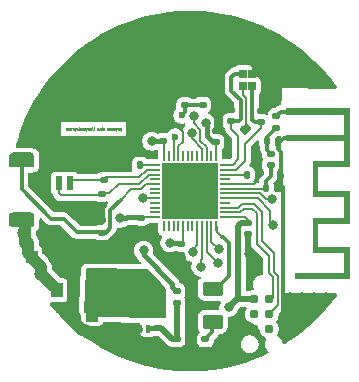
<source format=gtl>
G04 #@! TF.GenerationSoftware,KiCad,Pcbnew,9.0.0*
G04 #@! TF.CreationDate,2025-04-18T11:45:22+02:00*
G04 #@! TF.ProjectId,WakeBand,57616b65-4261-46e6-942e-6b696361645f,rev?*
G04 #@! TF.SameCoordinates,Original*
G04 #@! TF.FileFunction,Copper,L1,Top*
G04 #@! TF.FilePolarity,Positive*
%FSLAX46Y46*%
G04 Gerber Fmt 4.6, Leading zero omitted, Abs format (unit mm)*
G04 Created by KiCad (PCBNEW 9.0.0) date 2025-04-18 11:45:22*
%MOMM*%
%LPD*%
G01*
G04 APERTURE LIST*
G04 Aperture macros list*
%AMRoundRect*
0 Rectangle with rounded corners*
0 $1 Rounding radius*
0 $2 $3 $4 $5 $6 $7 $8 $9 X,Y pos of 4 corners*
0 Add a 4 corners polygon primitive as box body*
4,1,4,$2,$3,$4,$5,$6,$7,$8,$9,$2,$3,0*
0 Add four circle primitives for the rounded corners*
1,1,$1+$1,$2,$3*
1,1,$1+$1,$4,$5*
1,1,$1+$1,$6,$7*
1,1,$1+$1,$8,$9*
0 Add four rect primitives between the rounded corners*
20,1,$1+$1,$2,$3,$4,$5,0*
20,1,$1+$1,$4,$5,$6,$7,0*
20,1,$1+$1,$6,$7,$8,$9,0*
20,1,$1+$1,$8,$9,$2,$3,0*%
G04 Aperture macros list end*
%ADD10C,0.040000*%
G04 #@! TA.AperFunction,NonConductor*
%ADD11C,0.040000*%
G04 #@! TD*
G04 #@! TA.AperFunction,EtchedComponent*
%ADD12C,0.000000*%
G04 #@! TD*
G04 #@! TA.AperFunction,EtchedComponent*
%ADD13C,0.200000*%
G04 #@! TD*
G04 #@! TA.AperFunction,SMDPad,CuDef*
%ADD14RoundRect,0.140000X0.170000X-0.140000X0.170000X0.140000X-0.170000X0.140000X-0.170000X-0.140000X0*%
G04 #@! TD*
G04 #@! TA.AperFunction,SMDPad,CuDef*
%ADD15RoundRect,0.140000X-0.170000X0.140000X-0.170000X-0.140000X0.170000X-0.140000X0.170000X0.140000X0*%
G04 #@! TD*
G04 #@! TA.AperFunction,ConnectorPad*
%ADD16C,0.787400*%
G04 #@! TD*
G04 #@! TA.AperFunction,SMDPad,CuDef*
%ADD17R,0.420000X0.660000*%
G04 #@! TD*
G04 #@! TA.AperFunction,SMDPad,CuDef*
%ADD18R,0.545000X0.570000*%
G04 #@! TD*
G04 #@! TA.AperFunction,SMDPad,CuDef*
%ADD19R,0.420000X0.470000*%
G04 #@! TD*
G04 #@! TA.AperFunction,SMDPad,CuDef*
%ADD20R,2.370000X1.830000*%
G04 #@! TD*
G04 #@! TA.AperFunction,SMDPad,CuDef*
%ADD21R,0.650000X0.750000*%
G04 #@! TD*
G04 #@! TA.AperFunction,SMDPad,CuDef*
%ADD22RoundRect,0.140000X-0.140000X-0.170000X0.140000X-0.170000X0.140000X0.170000X-0.140000X0.170000X0*%
G04 #@! TD*
G04 #@! TA.AperFunction,ConnectorPad*
%ADD23R,0.500000X0.500000*%
G04 #@! TD*
G04 #@! TA.AperFunction,SMDPad,CuDef*
%ADD24R,0.500000X0.630000*%
G04 #@! TD*
G04 #@! TA.AperFunction,SMDPad,CuDef*
%ADD25RoundRect,0.190500X0.762000X0.444500X-0.762000X0.444500X-0.762000X-0.444500X0.762000X-0.444500X0*%
G04 #@! TD*
G04 #@! TA.AperFunction,SMDPad,CuDef*
%ADD26R,1.000000X1.000000*%
G04 #@! TD*
G04 #@! TA.AperFunction,SMDPad,CuDef*
%ADD27R,1.120000X1.220000*%
G04 #@! TD*
G04 #@! TA.AperFunction,SMDPad,CuDef*
%ADD28R,0.850000X0.200000*%
G04 #@! TD*
G04 #@! TA.AperFunction,SMDPad,CuDef*
%ADD29R,0.200000X0.850000*%
G04 #@! TD*
G04 #@! TA.AperFunction,SMDPad,CuDef*
%ADD30R,4.700000X4.700000*%
G04 #@! TD*
G04 #@! TA.AperFunction,SMDPad,CuDef*
%ADD31R,0.600000X1.200000*%
G04 #@! TD*
G04 #@! TA.AperFunction,SMDPad,CuDef*
%ADD32RoundRect,0.135000X0.185000X-0.135000X0.185000X0.135000X-0.185000X0.135000X-0.185000X-0.135000X0*%
G04 #@! TD*
G04 #@! TA.AperFunction,SMDPad,CuDef*
%ADD33RoundRect,0.250000X0.625000X-0.375000X0.625000X0.375000X-0.625000X0.375000X-0.625000X-0.375000X0*%
G04 #@! TD*
G04 #@! TA.AperFunction,ViaPad*
%ADD34C,0.800000*%
G04 #@! TD*
G04 #@! TA.AperFunction,ViaPad*
%ADD35C,0.600000*%
G04 #@! TD*
G04 #@! TA.AperFunction,ViaPad*
%ADD36C,1.200000*%
G04 #@! TD*
G04 #@! TA.AperFunction,Conductor*
%ADD37C,0.400000*%
G04 #@! TD*
G04 #@! TA.AperFunction,Conductor*
%ADD38C,1.000000*%
G04 #@! TD*
G04 #@! TA.AperFunction,Conductor*
%ADD39C,0.300000*%
G04 #@! TD*
G04 #@! TA.AperFunction,Conductor*
%ADD40C,0.500000*%
G04 #@! TD*
G04 #@! TA.AperFunction,Conductor*
%ADD41C,0.200000*%
G04 #@! TD*
G04 APERTURE END LIST*
D10*
D11*
X236300953Y-102913443D02*
X236300953Y-102780110D01*
X236300953Y-102799158D02*
X236310476Y-102789634D01*
X236310476Y-102789634D02*
X236329524Y-102780110D01*
X236329524Y-102780110D02*
X236358095Y-102780110D01*
X236358095Y-102780110D02*
X236377143Y-102789634D01*
X236377143Y-102789634D02*
X236386667Y-102808681D01*
X236386667Y-102808681D02*
X236386667Y-102913443D01*
X236386667Y-102808681D02*
X236396191Y-102789634D01*
X236396191Y-102789634D02*
X236415238Y-102780110D01*
X236415238Y-102780110D02*
X236443810Y-102780110D01*
X236443810Y-102780110D02*
X236462857Y-102789634D01*
X236462857Y-102789634D02*
X236472381Y-102808681D01*
X236472381Y-102808681D02*
X236472381Y-102913443D01*
X236653334Y-102780110D02*
X236653334Y-102913443D01*
X236567620Y-102780110D02*
X236567620Y-102884872D01*
X236567620Y-102884872D02*
X236577143Y-102903920D01*
X236577143Y-102903920D02*
X236596191Y-102913443D01*
X236596191Y-102913443D02*
X236624762Y-102913443D01*
X236624762Y-102913443D02*
X236643810Y-102903920D01*
X236643810Y-102903920D02*
X236653334Y-102894396D01*
X236748572Y-102913443D02*
X236748572Y-102780110D01*
X236748572Y-102818205D02*
X236758095Y-102799158D01*
X236758095Y-102799158D02*
X236767619Y-102789634D01*
X236767619Y-102789634D02*
X236786667Y-102780110D01*
X236786667Y-102780110D02*
X236805714Y-102780110D01*
X236853334Y-102780110D02*
X236958096Y-102780110D01*
X236958096Y-102780110D02*
X236853334Y-102913443D01*
X236853334Y-102913443D02*
X236958096Y-102913443D01*
X237015239Y-102780110D02*
X237062858Y-102913443D01*
X237110477Y-102780110D02*
X237062858Y-102913443D01*
X237062858Y-102913443D02*
X237043810Y-102961062D01*
X237043810Y-102961062D02*
X237034287Y-102970586D01*
X237034287Y-102970586D02*
X237015239Y-102980110D01*
X237186668Y-102780110D02*
X237186668Y-102913443D01*
X237186668Y-102799158D02*
X237196191Y-102789634D01*
X237196191Y-102789634D02*
X237215239Y-102780110D01*
X237215239Y-102780110D02*
X237243810Y-102780110D01*
X237243810Y-102780110D02*
X237262858Y-102789634D01*
X237262858Y-102789634D02*
X237272382Y-102808681D01*
X237272382Y-102808681D02*
X237272382Y-102913443D01*
X237367620Y-102913443D02*
X237367620Y-102780110D01*
X237367620Y-102713443D02*
X237358096Y-102722967D01*
X237358096Y-102722967D02*
X237367620Y-102732491D01*
X237367620Y-102732491D02*
X237377143Y-102722967D01*
X237377143Y-102722967D02*
X237367620Y-102713443D01*
X237367620Y-102713443D02*
X237367620Y-102732491D01*
X237462858Y-102780110D02*
X237462858Y-102913443D01*
X237462858Y-102799158D02*
X237472381Y-102789634D01*
X237472381Y-102789634D02*
X237491429Y-102780110D01*
X237491429Y-102780110D02*
X237520000Y-102780110D01*
X237520000Y-102780110D02*
X237539048Y-102789634D01*
X237539048Y-102789634D02*
X237548572Y-102808681D01*
X237548572Y-102808681D02*
X237548572Y-102913443D01*
X237729524Y-102913443D02*
X237729524Y-102808681D01*
X237729524Y-102808681D02*
X237720000Y-102789634D01*
X237720000Y-102789634D02*
X237700952Y-102780110D01*
X237700952Y-102780110D02*
X237662857Y-102780110D01*
X237662857Y-102780110D02*
X237643810Y-102789634D01*
X237729524Y-102903920D02*
X237710476Y-102913443D01*
X237710476Y-102913443D02*
X237662857Y-102913443D01*
X237662857Y-102913443D02*
X237643810Y-102903920D01*
X237643810Y-102903920D02*
X237634286Y-102884872D01*
X237634286Y-102884872D02*
X237634286Y-102865824D01*
X237634286Y-102865824D02*
X237643810Y-102846777D01*
X237643810Y-102846777D02*
X237662857Y-102837253D01*
X237662857Y-102837253D02*
X237710476Y-102837253D01*
X237710476Y-102837253D02*
X237729524Y-102827729D01*
X237805714Y-102780110D02*
X237910476Y-102780110D01*
X237910476Y-102780110D02*
X237805714Y-102913443D01*
X237805714Y-102913443D02*
X237910476Y-102913443D01*
X237967619Y-102780110D02*
X238015238Y-102913443D01*
X238062857Y-102780110D02*
X238015238Y-102913443D01*
X238015238Y-102913443D02*
X237996190Y-102961062D01*
X237996190Y-102961062D02*
X237986667Y-102970586D01*
X237986667Y-102970586D02*
X237967619Y-102980110D01*
X238120000Y-102780110D02*
X238158095Y-102913443D01*
X238158095Y-102913443D02*
X238196190Y-102818205D01*
X238196190Y-102818205D02*
X238234286Y-102913443D01*
X238234286Y-102913443D02*
X238272381Y-102780110D01*
X238434286Y-102913443D02*
X238434286Y-102808681D01*
X238434286Y-102808681D02*
X238424762Y-102789634D01*
X238424762Y-102789634D02*
X238405714Y-102780110D01*
X238405714Y-102780110D02*
X238367619Y-102780110D01*
X238367619Y-102780110D02*
X238348572Y-102789634D01*
X238434286Y-102903920D02*
X238415238Y-102913443D01*
X238415238Y-102913443D02*
X238367619Y-102913443D01*
X238367619Y-102913443D02*
X238348572Y-102903920D01*
X238348572Y-102903920D02*
X238339048Y-102884872D01*
X238339048Y-102884872D02*
X238339048Y-102865824D01*
X238339048Y-102865824D02*
X238348572Y-102846777D01*
X238348572Y-102846777D02*
X238367619Y-102837253D01*
X238367619Y-102837253D02*
X238415238Y-102837253D01*
X238415238Y-102837253D02*
X238434286Y-102827729D01*
X238558095Y-102913443D02*
X238539047Y-102903920D01*
X238539047Y-102903920D02*
X238529524Y-102884872D01*
X238529524Y-102884872D02*
X238529524Y-102713443D01*
X238634286Y-102913443D02*
X238634286Y-102780110D01*
X238634286Y-102713443D02*
X238624762Y-102722967D01*
X238624762Y-102722967D02*
X238634286Y-102732491D01*
X238634286Y-102732491D02*
X238643809Y-102722967D01*
X238643809Y-102722967D02*
X238634286Y-102713443D01*
X238634286Y-102713443D02*
X238634286Y-102732491D01*
X238881905Y-102913443D02*
X238881905Y-102780110D01*
X238881905Y-102799158D02*
X238891428Y-102789634D01*
X238891428Y-102789634D02*
X238910476Y-102780110D01*
X238910476Y-102780110D02*
X238939047Y-102780110D01*
X238939047Y-102780110D02*
X238958095Y-102789634D01*
X238958095Y-102789634D02*
X238967619Y-102808681D01*
X238967619Y-102808681D02*
X238967619Y-102913443D01*
X238967619Y-102808681D02*
X238977143Y-102789634D01*
X238977143Y-102789634D02*
X238996190Y-102780110D01*
X238996190Y-102780110D02*
X239024762Y-102780110D01*
X239024762Y-102780110D02*
X239043809Y-102789634D01*
X239043809Y-102789634D02*
X239053333Y-102808681D01*
X239053333Y-102808681D02*
X239053333Y-102913443D01*
X239148572Y-102780110D02*
X239148572Y-102913443D01*
X239148572Y-102799158D02*
X239158095Y-102789634D01*
X239158095Y-102789634D02*
X239177143Y-102780110D01*
X239177143Y-102780110D02*
X239205714Y-102780110D01*
X239205714Y-102780110D02*
X239224762Y-102789634D01*
X239224762Y-102789634D02*
X239234286Y-102808681D01*
X239234286Y-102808681D02*
X239234286Y-102913443D01*
X239329524Y-102913443D02*
X239329524Y-102780110D01*
X239329524Y-102713443D02*
X239320000Y-102722967D01*
X239320000Y-102722967D02*
X239329524Y-102732491D01*
X239329524Y-102732491D02*
X239339047Y-102722967D01*
X239339047Y-102722967D02*
X239329524Y-102713443D01*
X239329524Y-102713443D02*
X239329524Y-102732491D01*
X239500952Y-102903920D02*
X239481904Y-102913443D01*
X239481904Y-102913443D02*
X239443809Y-102913443D01*
X239443809Y-102913443D02*
X239424762Y-102903920D01*
X239424762Y-102903920D02*
X239415238Y-102884872D01*
X239415238Y-102884872D02*
X239415238Y-102808681D01*
X239415238Y-102808681D02*
X239424762Y-102789634D01*
X239424762Y-102789634D02*
X239443809Y-102780110D01*
X239443809Y-102780110D02*
X239481904Y-102780110D01*
X239481904Y-102780110D02*
X239500952Y-102789634D01*
X239500952Y-102789634D02*
X239510476Y-102808681D01*
X239510476Y-102808681D02*
X239510476Y-102827729D01*
X239510476Y-102827729D02*
X239415238Y-102846777D01*
X239748572Y-102913443D02*
X239748572Y-102780110D01*
X239748572Y-102799158D02*
X239758095Y-102789634D01*
X239758095Y-102789634D02*
X239777143Y-102780110D01*
X239777143Y-102780110D02*
X239805714Y-102780110D01*
X239805714Y-102780110D02*
X239824762Y-102789634D01*
X239824762Y-102789634D02*
X239834286Y-102808681D01*
X239834286Y-102808681D02*
X239834286Y-102913443D01*
X239834286Y-102808681D02*
X239843810Y-102789634D01*
X239843810Y-102789634D02*
X239862857Y-102780110D01*
X239862857Y-102780110D02*
X239891429Y-102780110D01*
X239891429Y-102780110D02*
X239910476Y-102789634D01*
X239910476Y-102789634D02*
X239920000Y-102808681D01*
X239920000Y-102808681D02*
X239920000Y-102913443D01*
X240100953Y-102913443D02*
X240100953Y-102808681D01*
X240100953Y-102808681D02*
X240091429Y-102789634D01*
X240091429Y-102789634D02*
X240072381Y-102780110D01*
X240072381Y-102780110D02*
X240034286Y-102780110D01*
X240034286Y-102780110D02*
X240015239Y-102789634D01*
X240100953Y-102903920D02*
X240081905Y-102913443D01*
X240081905Y-102913443D02*
X240034286Y-102913443D01*
X240034286Y-102913443D02*
X240015239Y-102903920D01*
X240015239Y-102903920D02*
X240005715Y-102884872D01*
X240005715Y-102884872D02*
X240005715Y-102865824D01*
X240005715Y-102865824D02*
X240015239Y-102846777D01*
X240015239Y-102846777D02*
X240034286Y-102837253D01*
X240034286Y-102837253D02*
X240081905Y-102837253D01*
X240081905Y-102837253D02*
X240100953Y-102827729D01*
X240186667Y-102903920D02*
X240205714Y-102913443D01*
X240205714Y-102913443D02*
X240243810Y-102913443D01*
X240243810Y-102913443D02*
X240262857Y-102903920D01*
X240262857Y-102903920D02*
X240272381Y-102884872D01*
X240272381Y-102884872D02*
X240272381Y-102875348D01*
X240272381Y-102875348D02*
X240262857Y-102856300D01*
X240262857Y-102856300D02*
X240243810Y-102846777D01*
X240243810Y-102846777D02*
X240215238Y-102846777D01*
X240215238Y-102846777D02*
X240196191Y-102837253D01*
X240196191Y-102837253D02*
X240186667Y-102818205D01*
X240186667Y-102818205D02*
X240186667Y-102808681D01*
X240186667Y-102808681D02*
X240196191Y-102789634D01*
X240196191Y-102789634D02*
X240215238Y-102780110D01*
X240215238Y-102780110D02*
X240243810Y-102780110D01*
X240243810Y-102780110D02*
X240262857Y-102789634D01*
X240339048Y-102780110D02*
X240443810Y-102780110D01*
X240443810Y-102780110D02*
X240339048Y-102913443D01*
X240339048Y-102913443D02*
X240443810Y-102913443D01*
X240500953Y-102780110D02*
X240548572Y-102913443D01*
X240596191Y-102780110D02*
X240548572Y-102913443D01*
X240548572Y-102913443D02*
X240529524Y-102961062D01*
X240529524Y-102961062D02*
X240520001Y-102970586D01*
X240520001Y-102970586D02*
X240500953Y-102980110D01*
X240672382Y-102780110D02*
X240672382Y-102913443D01*
X240672382Y-102799158D02*
X240681905Y-102789634D01*
X240681905Y-102789634D02*
X240700953Y-102780110D01*
X240700953Y-102780110D02*
X240729524Y-102780110D01*
X240729524Y-102780110D02*
X240748572Y-102789634D01*
X240748572Y-102789634D02*
X240758096Y-102808681D01*
X240758096Y-102808681D02*
X240758096Y-102913443D01*
X240939048Y-102913443D02*
X240939048Y-102808681D01*
X240939048Y-102808681D02*
X240929524Y-102789634D01*
X240929524Y-102789634D02*
X240910476Y-102780110D01*
X240910476Y-102780110D02*
X240872381Y-102780110D01*
X240872381Y-102780110D02*
X240853334Y-102789634D01*
X240939048Y-102903920D02*
X240920000Y-102913443D01*
X240920000Y-102913443D02*
X240872381Y-102913443D01*
X240872381Y-102913443D02*
X240853334Y-102903920D01*
X240853334Y-102903920D02*
X240843810Y-102884872D01*
X240843810Y-102884872D02*
X240843810Y-102865824D01*
X240843810Y-102865824D02*
X240853334Y-102846777D01*
X240853334Y-102846777D02*
X240872381Y-102837253D01*
X240872381Y-102837253D02*
X240920000Y-102837253D01*
X240920000Y-102837253D02*
X240939048Y-102827729D01*
X240939048Y-102913443D02*
X240920000Y-102932491D01*
X240920000Y-102932491D02*
X240910476Y-102951539D01*
X240910476Y-102951539D02*
X240920000Y-102970586D01*
X240920000Y-102970586D02*
X240939048Y-102980110D01*
X240939048Y-102980110D02*
X240958095Y-102980110D01*
D12*
G04 #@! TA.AperFunction,EtchedComponent*
G36*
X255213215Y-101060000D02*
G01*
X260370000Y-101060000D01*
X260370000Y-106060000D01*
X257730000Y-106060000D01*
X257670000Y-106060000D01*
X257670000Y-108060000D01*
X260370000Y-108060000D01*
X260370000Y-110860000D01*
X257670000Y-110860000D01*
X257670000Y-112860000D01*
X260370000Y-112860000D01*
X260370000Y-115560000D01*
X255700000Y-115560000D01*
X255700000Y-115060000D01*
X259870000Y-115060000D01*
X259870000Y-113360000D01*
X257170000Y-113360000D01*
X257170000Y-110360000D01*
X259870000Y-110360000D01*
X259870000Y-108560000D01*
X257170000Y-108560000D01*
X257170000Y-105560000D01*
X259870000Y-105560000D01*
X259870000Y-103860000D01*
X254960000Y-103860000D01*
X254960000Y-103360000D01*
X259870000Y-103360000D01*
X259870000Y-101690000D01*
X254960000Y-101690000D01*
X254960000Y-101484844D01*
X255073957Y-101484844D01*
X255074700Y-101533363D01*
X255087600Y-101578878D01*
X255098213Y-101597489D01*
X255133447Y-101631132D01*
X255178632Y-101651691D01*
X255228158Y-101658222D01*
X255276417Y-101649782D01*
X255308643Y-101632888D01*
X255341313Y-101597628D01*
X255361408Y-101552318D01*
X255367982Y-101502733D01*
X255360092Y-101454647D01*
X255343186Y-101421755D01*
X255306416Y-101386815D01*
X255261622Y-101367153D01*
X255213215Y-101362417D01*
X255165605Y-101372258D01*
X255123203Y-101396326D01*
X255090419Y-101434269D01*
X255086065Y-101442181D01*
X255073957Y-101484844D01*
X254960000Y-101484844D01*
X254960000Y-101060000D01*
X255213215Y-101060000D01*
G37*
G04 #@! TD.AperFunction*
D13*
X233530000Y-111010000D02*
X231530000Y-111010000D01*
X233530000Y-106010000D02*
X231530000Y-106010000D01*
X231530000Y-105010000D01*
X233530000Y-105010000D01*
X233530000Y-106010000D01*
G04 #@! TA.AperFunction,EtchedComponent*
G36*
X233530000Y-106010000D02*
G01*
X231530000Y-106010000D01*
X231530000Y-105010000D01*
X233530000Y-105010000D01*
X233530000Y-106010000D01*
G37*
G04 #@! TD.AperFunction*
X233530000Y-111010000D02*
X231530000Y-111010000D01*
X231530000Y-110010000D01*
X233530000Y-110010000D01*
X233530000Y-111010000D01*
G04 #@! TA.AperFunction,EtchedComponent*
G36*
X233530000Y-111010000D02*
G01*
X231530000Y-111010000D01*
X231530000Y-110010000D01*
X233530000Y-110010000D01*
X233530000Y-111010000D01*
G37*
G04 #@! TD.AperFunction*
D14*
X239300000Y-109280000D03*
X239300000Y-108320000D03*
D15*
X244530000Y-102895000D03*
X244530000Y-103855000D03*
D16*
X252235000Y-117250000D03*
X253505000Y-117250000D03*
X252235000Y-118520000D03*
X253505000Y-118520000D03*
X252235000Y-119790000D03*
X253505000Y-119790000D03*
D17*
X241250000Y-119750000D03*
X241900000Y-119750000D03*
X242550000Y-119750000D03*
X243200000Y-119750000D03*
D18*
X240767000Y-118315000D03*
D19*
X241250000Y-116715000D03*
X241900000Y-116715000D03*
D20*
X242225000Y-117865000D03*
D19*
X242550000Y-116715000D03*
X243200000Y-116715000D03*
D18*
X243683000Y-118315000D03*
D15*
X246350000Y-99860000D03*
X246350000Y-100820000D03*
D21*
X252050000Y-99210000D03*
X252050000Y-98160000D03*
X251300000Y-98160000D03*
X251300000Y-99210000D03*
D22*
X253220000Y-107870000D03*
X254180000Y-107870000D03*
D23*
X255210000Y-103610000D03*
D24*
X255210000Y-101375000D03*
D22*
X251610000Y-106710000D03*
X252570000Y-106710000D03*
D25*
X232530000Y-110510000D03*
X232530000Y-105510000D03*
D26*
X233400000Y-113650000D03*
D14*
X253610000Y-105890000D03*
X253610000Y-104930000D03*
D15*
X246050000Y-112540000D03*
X246050000Y-113500000D03*
D27*
X235500000Y-116500000D03*
X238700000Y-116500000D03*
D14*
X250260000Y-102190000D03*
X250260000Y-101230000D03*
X254100000Y-102720000D03*
X254100000Y-101760000D03*
D15*
X239500000Y-106210000D03*
X239500000Y-107170000D03*
X247870000Y-99830000D03*
X247870000Y-100790000D03*
X248100000Y-120660000D03*
X248100000Y-121620000D03*
D28*
X243850000Y-105900000D03*
X243850000Y-106300000D03*
X243850000Y-106700000D03*
X243850000Y-107100000D03*
X243850000Y-107500000D03*
X243850000Y-107900000D03*
X243850000Y-108300000D03*
X243850000Y-108700000D03*
X243850000Y-109100000D03*
X243850000Y-109500000D03*
X243850000Y-109900000D03*
X243850000Y-110300000D03*
D29*
X244600000Y-111050000D03*
X245000000Y-111050000D03*
X245400000Y-111050000D03*
X245800000Y-111050000D03*
X246200000Y-111050000D03*
X246600000Y-111050000D03*
X247000000Y-111050000D03*
X247400000Y-111050000D03*
X247800000Y-111050000D03*
X248200000Y-111050000D03*
X248600000Y-111050000D03*
X249000000Y-111050000D03*
D28*
X249750000Y-110300000D03*
X249750000Y-109900000D03*
X249750000Y-109500000D03*
X249750000Y-109100000D03*
X249750000Y-108700000D03*
X249750000Y-108300000D03*
X249750000Y-107900000D03*
X249750000Y-107500000D03*
X249750000Y-107100000D03*
X249750000Y-106700000D03*
X249750000Y-106300000D03*
X249750000Y-105900000D03*
D29*
X249000000Y-105150000D03*
X248600000Y-105150000D03*
X248200000Y-105150000D03*
X247800000Y-105150000D03*
X247400000Y-105150000D03*
X247000000Y-105150000D03*
X246600000Y-105150000D03*
X246200000Y-105150000D03*
X245800000Y-105150000D03*
X245400000Y-105150000D03*
X245000000Y-105150000D03*
X244600000Y-105150000D03*
D30*
X246800000Y-108100000D03*
D15*
X242670000Y-110340000D03*
X242670000Y-111300000D03*
D22*
X253300000Y-103900000D03*
X254260000Y-103900000D03*
D15*
X245700000Y-116590000D03*
X245700000Y-117550000D03*
X251720000Y-110810000D03*
X251720000Y-111770000D03*
D14*
X252800000Y-102270000D03*
X252800000Y-101310000D03*
D15*
X245700000Y-120610000D03*
X245700000Y-121570000D03*
D26*
X238500000Y-118650000D03*
D31*
X235700000Y-107450000D03*
X235700000Y-113750000D03*
X236600000Y-113750000D03*
X236600000Y-107450000D03*
D32*
X239350000Y-111610000D03*
X239350000Y-110590000D03*
D33*
X248730000Y-119160000D03*
X248730000Y-116360000D03*
D22*
X241590000Y-105890000D03*
X242550000Y-105890000D03*
D15*
X248990000Y-103020000D03*
X248990000Y-103980000D03*
D34*
X251950000Y-94500000D03*
X255300000Y-117100000D03*
X253800000Y-96050000D03*
X240600000Y-105890000D03*
X241250000Y-113200000D03*
X251770000Y-113410000D03*
D35*
X254490000Y-106790000D03*
D34*
X256300000Y-98900000D03*
D36*
X245270000Y-106730000D03*
X248300000Y-106700000D03*
D34*
X257300000Y-98900000D03*
D36*
X246820000Y-109490000D03*
D34*
X251530000Y-122220000D03*
X257300000Y-117100000D03*
D36*
X245310000Y-108150000D03*
X246780000Y-106690000D03*
X248350000Y-108150000D03*
X246800000Y-108100000D03*
D34*
X258300000Y-117100000D03*
X244600000Y-100360000D03*
X255100000Y-96150000D03*
X238420000Y-110410000D03*
D35*
X251370000Y-102870000D03*
D34*
X255300000Y-98900000D03*
D35*
X252450000Y-106010000D03*
D34*
X256300000Y-117100000D03*
D35*
X249460000Y-101240000D03*
D34*
X239690000Y-113180000D03*
X255300000Y-119780000D03*
X254300000Y-98900000D03*
X239510000Y-104430000D03*
D36*
X245330000Y-109470000D03*
D34*
X242650000Y-102550000D03*
X258300000Y-98900000D03*
D36*
X248230000Y-109500000D03*
D34*
X247020000Y-113290000D03*
X247130000Y-101770000D03*
X250090000Y-117940000D03*
D36*
X234200000Y-115100000D03*
X232750000Y-111650000D03*
D34*
X245090000Y-112490000D03*
X240900000Y-110400000D03*
X243560000Y-103880000D03*
X248160000Y-102370000D03*
X253740000Y-108740000D03*
D35*
X246090000Y-101680000D03*
X245550000Y-103500000D03*
D34*
X246930000Y-103150000D03*
X253850000Y-110990000D03*
X249140000Y-114230000D03*
X249250000Y-113030000D03*
X247720000Y-114510000D03*
X242860000Y-113100000D03*
X242850000Y-108700000D03*
D37*
X252800000Y-101310000D02*
X252970000Y-101310000D01*
D38*
X236225000Y-118425000D02*
X236900000Y-117750000D01*
D37*
X249460000Y-101240000D02*
X249470000Y-101230000D01*
X241590000Y-105890000D02*
X241040000Y-105890000D01*
D39*
X254260000Y-103900000D02*
X254260000Y-104560000D01*
D40*
X246050000Y-113500000D02*
X246230000Y-113680000D01*
X248100000Y-121620000D02*
X246670000Y-121620000D01*
D38*
X239120000Y-113750000D02*
X239690000Y-113180000D01*
D37*
X249470000Y-101230000D02*
X250260000Y-101230000D01*
X244600000Y-102825000D02*
X244530000Y-102895000D01*
X243875000Y-102895000D02*
X243520000Y-102540000D01*
D41*
X249750000Y-107500000D02*
X252210000Y-107500000D01*
D39*
X255210000Y-103610000D02*
X255180000Y-103640000D01*
D40*
X248100000Y-121620000D02*
X249390000Y-121620000D01*
D41*
X245780000Y-102710000D02*
X246170000Y-103100000D01*
D38*
X237900000Y-119850000D02*
X237650000Y-119850000D01*
D37*
X239500000Y-109240000D02*
X239460000Y-109280000D01*
D40*
X240860000Y-120650000D02*
X241790000Y-121580000D01*
D37*
X252970000Y-101310000D02*
X254100000Y-100180000D01*
X241040000Y-105890000D02*
X240600000Y-105890000D01*
D40*
X249390000Y-121620000D02*
X251280000Y-119730000D01*
D39*
X254490000Y-107560000D02*
X254660000Y-107730000D01*
D38*
X237650000Y-119850000D02*
X236225000Y-118425000D01*
D37*
X239460000Y-109280000D02*
X239300000Y-109280000D01*
X239350000Y-109330000D02*
X239300000Y-109280000D01*
X248990000Y-101710000D02*
X248990000Y-103020000D01*
D40*
X241250000Y-119750000D02*
X240860000Y-120140000D01*
D37*
X254100000Y-98740000D02*
X253520000Y-98160000D01*
X239350000Y-110590000D02*
X239350000Y-109330000D01*
X242660000Y-102540000D02*
X242650000Y-102550000D01*
D41*
X251560000Y-102690000D02*
X251380000Y-102870000D01*
D40*
X245300000Y-121580000D02*
X245340000Y-121620000D01*
D37*
X240600000Y-105890000D02*
X240410000Y-105890000D01*
D41*
X251300000Y-99963604D02*
X251560000Y-100223604D01*
D38*
X236100000Y-113750000D02*
X236600000Y-113750000D01*
D37*
X242550000Y-119750000D02*
X241250000Y-119750000D01*
D41*
X246170000Y-103920000D02*
X245800000Y-104290000D01*
D40*
X241790000Y-121580000D02*
X245300000Y-121580000D01*
D37*
X239570000Y-106210000D02*
X239880000Y-105900000D01*
D40*
X246670000Y-115740000D02*
X246670000Y-121620000D01*
D39*
X254490000Y-107560000D02*
X254180000Y-107870000D01*
D41*
X244600000Y-102895000D02*
X244785000Y-102710000D01*
D37*
X244600000Y-100360000D02*
X245100000Y-99860000D01*
X249460000Y-101240000D02*
X248990000Y-101710000D01*
D38*
X240860000Y-120140000D02*
X238190000Y-120140000D01*
D41*
X244785000Y-102710000D02*
X245780000Y-102710000D01*
D39*
X254725000Y-103640000D02*
X254465000Y-103900000D01*
X252570000Y-106710000D02*
X252570000Y-106130000D01*
D41*
X245800000Y-104290000D02*
X245800000Y-105150000D01*
D40*
X246230000Y-113680000D02*
X246230000Y-115300000D01*
D41*
X251300000Y-99210000D02*
X251300000Y-99963604D01*
D40*
X252175000Y-119730000D02*
X252235000Y-119790000D01*
D37*
X253520000Y-98160000D02*
X252050000Y-98160000D01*
D39*
X254490000Y-106790000D02*
X254490000Y-107560000D01*
D41*
X251380000Y-102870000D02*
X251370000Y-102870000D01*
D37*
X244600000Y-100360000D02*
X244600000Y-102825000D01*
D40*
X245340000Y-121620000D02*
X246670000Y-121620000D01*
D41*
X246170000Y-103100000D02*
X246170000Y-103920000D01*
D40*
X251280000Y-119730000D02*
X252175000Y-119730000D01*
D39*
X254660000Y-107730000D02*
X254660000Y-114590000D01*
D38*
X236900000Y-117750000D02*
X236900000Y-115350000D01*
X235700000Y-114150000D02*
X235300000Y-113750000D01*
X235300000Y-113750000D02*
X239120000Y-113750000D01*
D39*
X238470000Y-110460000D02*
X238420000Y-110410000D01*
X239220000Y-110460000D02*
X238470000Y-110460000D01*
D41*
X244530000Y-102895000D02*
X244600000Y-102895000D01*
D37*
X249460000Y-100620000D02*
X249460000Y-101240000D01*
X241250000Y-119750000D02*
X241100000Y-119750000D01*
D40*
X251720000Y-113360000D02*
X251770000Y-113410000D01*
D39*
X254700000Y-119180000D02*
X255300000Y-119780000D01*
X254260000Y-104560000D02*
X254490000Y-104790000D01*
D37*
X241100000Y-119750000D02*
X240880000Y-119970000D01*
X239500000Y-106210000D02*
X239570000Y-106210000D01*
D41*
X251560000Y-100223604D02*
X251560000Y-102690000D01*
D37*
X240590000Y-105900000D02*
X240600000Y-105890000D01*
D38*
X235700000Y-114150000D02*
X236100000Y-113750000D01*
D37*
X243520000Y-102540000D02*
X242660000Y-102540000D01*
D40*
X240860000Y-120140000D02*
X240860000Y-120650000D01*
D38*
X236900000Y-115350000D02*
X235700000Y-114150000D01*
D41*
X252570000Y-107140000D02*
X252570000Y-106710000D01*
D40*
X251720000Y-111770000D02*
X251720000Y-113360000D01*
D37*
X246350000Y-99860000D02*
X247840000Y-99860000D01*
D39*
X255180000Y-103640000D02*
X254725000Y-103640000D01*
X254660000Y-114590000D02*
X254700000Y-114630000D01*
D40*
X246230000Y-115300000D02*
X246670000Y-115740000D01*
D37*
X239880000Y-105900000D02*
X240590000Y-105900000D01*
X247870000Y-99830000D02*
X248670000Y-99830000D01*
D41*
X252210000Y-107500000D02*
X252570000Y-107140000D01*
D39*
X252570000Y-106130000D02*
X252450000Y-106010000D01*
D37*
X245100000Y-99860000D02*
X246350000Y-99860000D01*
X248670000Y-99830000D02*
X249460000Y-100620000D01*
D39*
X239350000Y-110590000D02*
X239220000Y-110460000D01*
D37*
X244530000Y-102895000D02*
X243875000Y-102895000D01*
X254100000Y-100180000D02*
X254100000Y-98740000D01*
X247840000Y-99860000D02*
X247870000Y-99830000D01*
D38*
X238190000Y-120140000D02*
X237900000Y-119850000D01*
D39*
X254490000Y-104790000D02*
X254490000Y-106790000D01*
X254700000Y-114630000D02*
X254700000Y-119180000D01*
D41*
X247020000Y-113070000D02*
X247400000Y-112690000D01*
X247020000Y-113290000D02*
X247020000Y-113070000D01*
X247400000Y-112690000D02*
X247400000Y-111050000D01*
X248200000Y-105150000D02*
X248200000Y-104340000D01*
X247680000Y-102890000D02*
X247130000Y-102340000D01*
X247680000Y-103820000D02*
X247680000Y-102890000D01*
X248200000Y-104340000D02*
X247680000Y-103820000D01*
X247130000Y-102340000D02*
X247130000Y-101770000D01*
D38*
X232800000Y-112192031D02*
X233110000Y-112502031D01*
D37*
X246000000Y-112490000D02*
X246050000Y-112540000D01*
D40*
X250780000Y-117250000D02*
X250090000Y-117940000D01*
D38*
X233400000Y-113650000D02*
X233110000Y-113360000D01*
D41*
X246050000Y-112540000D02*
X246220000Y-112540000D01*
D38*
X233400000Y-113750000D02*
X234200000Y-114550000D01*
X232800000Y-111700000D02*
X232800000Y-112192031D01*
D41*
X249000000Y-103855000D02*
X249000000Y-105150000D01*
D37*
X241430000Y-110330000D02*
X242470000Y-110330000D01*
D41*
X249750000Y-110300000D02*
X251460000Y-110300000D01*
X246220000Y-112540000D02*
X246230000Y-112530000D01*
X251460000Y-110300000D02*
X251720000Y-110560000D01*
D38*
X232800000Y-111600000D02*
X232800000Y-110600000D01*
X234200000Y-114550000D02*
X234200000Y-115100000D01*
D37*
X240900000Y-110400000D02*
X241360000Y-110400000D01*
D41*
X246200000Y-111050000D02*
X246200000Y-112390000D01*
D40*
X233110000Y-112520000D02*
X232850000Y-112260000D01*
D41*
X246200000Y-112390000D02*
X246050000Y-112540000D01*
D40*
X251720000Y-110810000D02*
X251080000Y-110810000D01*
D37*
X248710000Y-103980000D02*
X248990000Y-103980000D01*
D38*
X234200000Y-115100000D02*
X235200000Y-116100000D01*
X233110000Y-113360000D02*
X233110000Y-112770000D01*
X233110000Y-112770000D02*
X232850000Y-112510000D01*
D37*
X243570000Y-103870000D02*
X243560000Y-103880000D01*
D38*
X233400000Y-113650000D02*
X233400000Y-113750000D01*
D41*
X244600000Y-103925000D02*
X244600000Y-105150000D01*
X242710000Y-110300000D02*
X242670000Y-110340000D01*
D38*
X232750000Y-111650000D02*
X232800000Y-111700000D01*
D41*
X244530000Y-103855000D02*
X244600000Y-103925000D01*
D37*
X241360000Y-110400000D02*
X241430000Y-110330000D01*
D41*
X243850000Y-110300000D02*
X242710000Y-110300000D01*
D40*
X251080000Y-110810000D02*
X250850000Y-111040000D01*
D37*
X244530000Y-103855000D02*
X243585000Y-103855000D01*
D39*
X250670000Y-117250000D02*
X252400000Y-117250000D01*
D40*
X250850000Y-111040000D02*
X250850000Y-117250000D01*
D39*
X250090000Y-117940000D02*
X250090000Y-117830000D01*
D37*
X245090000Y-112490000D02*
X246000000Y-112490000D01*
D41*
X251720000Y-110560000D02*
X251720000Y-110810000D01*
D37*
X243585000Y-103855000D02*
X243570000Y-103870000D01*
X248200000Y-102410000D02*
X248200000Y-103470000D01*
D40*
X233110000Y-113360000D02*
X233110000Y-112520000D01*
D37*
X248200000Y-103470000D02*
X248710000Y-103980000D01*
D40*
X252235000Y-117250000D02*
X250780000Y-117250000D01*
D38*
X232750000Y-111650000D02*
X232800000Y-111600000D01*
D37*
X242490000Y-110310000D02*
X242500000Y-110300000D01*
D38*
X233110000Y-112502031D02*
X233110000Y-113360000D01*
D37*
X248160000Y-102370000D02*
X248200000Y-102410000D01*
D39*
X250090000Y-117830000D02*
X250670000Y-117250000D01*
D41*
X252710000Y-108300000D02*
X253220000Y-108810000D01*
X253220000Y-108810000D02*
X253670000Y-108810000D01*
X253670000Y-108810000D02*
X253740000Y-108740000D01*
X249750000Y-108300000D02*
X252710000Y-108300000D01*
X245400000Y-105150000D02*
X245400000Y-103900000D01*
D39*
X246350000Y-100820000D02*
X246350000Y-101420000D01*
D41*
X245400000Y-103880000D02*
X245400000Y-103650000D01*
D39*
X246350000Y-101420000D02*
X246090000Y-101680000D01*
D41*
X245400000Y-103650000D02*
X245550000Y-103500000D01*
D39*
X246350000Y-100820000D02*
X247840000Y-100820000D01*
D41*
X245400000Y-103900000D02*
X245400000Y-103880000D01*
D39*
X247840000Y-100820000D02*
X247870000Y-100790000D01*
D41*
X247800000Y-104505686D02*
X247800000Y-105150000D01*
X246930000Y-103635686D02*
X247800000Y-104505686D01*
X246930000Y-103150000D02*
X246930000Y-103635686D01*
X253850000Y-110990000D02*
X253594314Y-110734314D01*
X253594314Y-109750000D02*
X252544314Y-108700000D01*
X252544314Y-108700000D02*
X249750000Y-108700000D01*
X253594314Y-110734314D02*
X253594314Y-109750000D01*
X248200000Y-113290000D02*
X249140000Y-114230000D01*
X248200000Y-111050000D02*
X248200000Y-113290000D01*
X248600000Y-112380000D02*
X249250000Y-113030000D01*
X248600000Y-111050000D02*
X248600000Y-112380000D01*
X247720000Y-114510000D02*
X247720000Y-113950000D01*
X247800000Y-113870000D02*
X247800000Y-111050000D01*
X247720000Y-113950000D02*
X247800000Y-113870000D01*
D39*
X232780000Y-105460000D02*
X232580000Y-105460000D01*
X239640000Y-111610000D02*
X240050000Y-111200000D01*
X232530000Y-105510000D02*
X232530000Y-107120000D01*
X232550000Y-107950000D02*
X235050000Y-110450000D01*
D41*
X241800000Y-107950000D02*
X240930000Y-108820000D01*
D39*
X237250000Y-111600000D02*
X239440000Y-111600000D01*
X236100000Y-110450000D02*
X237250000Y-111600000D01*
X235050000Y-110450000D02*
X236100000Y-110450000D01*
D41*
X243080000Y-107500000D02*
X242630000Y-107950000D01*
D39*
X240050000Y-111200000D02*
X240050000Y-109700000D01*
X232550000Y-107140000D02*
X232550000Y-107950000D01*
X239450000Y-111610000D02*
X239640000Y-111610000D01*
X239440000Y-111600000D02*
X239450000Y-111610000D01*
D41*
X242630000Y-107950000D02*
X241800000Y-107950000D01*
X243850000Y-107500000D02*
X243080000Y-107500000D01*
D39*
X240050000Y-109700000D02*
X240930000Y-108820000D01*
X232580000Y-105460000D02*
X232530000Y-105510000D01*
X232530000Y-107120000D02*
X232550000Y-107140000D01*
X250060000Y-115310000D02*
X249010000Y-116360000D01*
D41*
X249080000Y-111550000D02*
X249500000Y-111970000D01*
D39*
X249570000Y-111970000D02*
X250060000Y-112460000D01*
X248730000Y-116780000D02*
X248700000Y-116750000D01*
D41*
X249000000Y-111050000D02*
X249080000Y-111130000D01*
D39*
X249570000Y-111970000D02*
X249540000Y-111970000D01*
D41*
X249500000Y-111970000D02*
X249570000Y-111970000D01*
X249080000Y-111130000D02*
X249080000Y-111550000D01*
D39*
X250060000Y-112460000D02*
X250060000Y-115310000D01*
D40*
X249010000Y-116360000D02*
X248730000Y-116360000D01*
D39*
X248100000Y-120660000D02*
X248690000Y-120070000D01*
X248690000Y-120070000D02*
X248690000Y-119200000D01*
X248690000Y-119200000D02*
X248730000Y-119160000D01*
D41*
X242560000Y-105900000D02*
X242550000Y-105890000D01*
X243850000Y-105900000D02*
X242560000Y-105900000D01*
X251050000Y-109900000D02*
X249750000Y-109900000D01*
X253505000Y-117250000D02*
X253670000Y-117250000D01*
X253480000Y-115065686D02*
X253480000Y-113590000D01*
X252460000Y-112570000D02*
X252460000Y-109980000D01*
X253480000Y-113590000D02*
X252460000Y-112570000D01*
X253670000Y-117250000D02*
X253800000Y-117120000D01*
X251350000Y-109600000D02*
X251050000Y-109900000D01*
X253800000Y-115385686D02*
X253480000Y-115065686D01*
X252080000Y-109600000D02*
X251350000Y-109600000D01*
X252460000Y-109980000D02*
X252080000Y-109600000D01*
X253800000Y-117120000D02*
X253800000Y-115385686D01*
X242490000Y-107490000D02*
X240740000Y-107490000D01*
X243850000Y-106700000D02*
X243280000Y-106700000D01*
X243280000Y-106700000D02*
X242490000Y-107490000D01*
X239330000Y-108450000D02*
X239500000Y-108280000D01*
X240740000Y-107490000D02*
X239950000Y-108280000D01*
X235700000Y-107450000D02*
X235700000Y-108300000D01*
X235700000Y-108300000D02*
X235850000Y-108450000D01*
X239950000Y-108280000D02*
X239500000Y-108280000D01*
X235850000Y-108450000D02*
X239330000Y-108450000D01*
X250880000Y-103460000D02*
X250260000Y-102840000D01*
D39*
X250940000Y-102190000D02*
X250260000Y-102190000D01*
D41*
X250260000Y-102840000D02*
X250260000Y-102190000D01*
D39*
X251100000Y-102030000D02*
X250940000Y-102190000D01*
X251100000Y-100400000D02*
X251100000Y-102030000D01*
X250300000Y-99600000D02*
X251100000Y-100400000D01*
D41*
X250880000Y-105420000D02*
X250880000Y-103460000D01*
D39*
X250300000Y-98430000D02*
X250300000Y-99600000D01*
X250570000Y-98160000D02*
X250300000Y-98430000D01*
D41*
X250400000Y-105900000D02*
X250880000Y-105420000D01*
X249750000Y-105900000D02*
X250400000Y-105900000D01*
D39*
X251300000Y-98160000D02*
X250570000Y-98160000D01*
D41*
X253730000Y-118295000D02*
X253730000Y-118460000D01*
X250860000Y-109500000D02*
X251180000Y-109180000D01*
X251180000Y-109180000D02*
X252230000Y-109180000D01*
X253890000Y-114910000D02*
X254250000Y-115270000D01*
X254250000Y-117775000D02*
X253730000Y-118295000D01*
X254250000Y-115270000D02*
X254250000Y-117775000D01*
X252230000Y-109180000D02*
X252920000Y-109870000D01*
X252920000Y-112360000D02*
X253890000Y-113330000D01*
X252920000Y-109870000D02*
X252920000Y-112360000D01*
X249750000Y-109500000D02*
X250860000Y-109500000D01*
X253890000Y-113330000D02*
X253890000Y-114910000D01*
X251730000Y-106700000D02*
X251740000Y-106710000D01*
X249750000Y-106700000D02*
X251730000Y-106700000D01*
X251430000Y-105560000D02*
X251430000Y-104090000D01*
D39*
X252270000Y-102270000D02*
X252800000Y-102270000D01*
X252050000Y-99210000D02*
X252050000Y-102050000D01*
X252050000Y-102050000D02*
X252270000Y-102270000D01*
D41*
X249750000Y-106300000D02*
X250690000Y-106300000D01*
X252800000Y-102720000D02*
X252800000Y-102270000D01*
X250690000Y-106300000D02*
X251430000Y-105560000D01*
X251430000Y-104090000D02*
X252800000Y-102720000D01*
D37*
X245300000Y-116190000D02*
X245700000Y-116590000D01*
X245300000Y-115950000D02*
X245300000Y-116190000D01*
X242860000Y-113100000D02*
X242860000Y-113510000D01*
X242860000Y-113510000D02*
X245300000Y-115950000D01*
D41*
X243850000Y-108700000D02*
X242850000Y-108700000D01*
X242460000Y-106950000D02*
X240687622Y-106950000D01*
X239720000Y-106950000D02*
X239500000Y-107170000D01*
X236880000Y-107170000D02*
X236600000Y-107450000D01*
X239500000Y-107170000D02*
X236880000Y-107170000D01*
X236850000Y-107200000D02*
X237330000Y-107200000D01*
X243110000Y-106300000D02*
X242460000Y-106950000D01*
X240687622Y-106950000D02*
X239720000Y-106950000D01*
X236600000Y-107450000D02*
X236850000Y-107200000D01*
X243850000Y-106300000D02*
X243110000Y-106300000D01*
D38*
X239000000Y-116950000D02*
X242775000Y-116950000D01*
X238500000Y-118650000D02*
X238500000Y-117450000D01*
X238500000Y-117450000D02*
X239000000Y-116950000D01*
D37*
X243250000Y-119700000D02*
X243200000Y-119750000D01*
D40*
X244330000Y-119700000D02*
X244355000Y-119675000D01*
X243800000Y-119700000D02*
X244330000Y-119700000D01*
D37*
X243800000Y-119700000D02*
X243250000Y-119700000D01*
D40*
X244355000Y-119675000D02*
X245290000Y-120610000D01*
X245290000Y-120610000D02*
X245700000Y-120610000D01*
X245700000Y-120610000D02*
X245700000Y-117550000D01*
D41*
X253220000Y-107870000D02*
X253190000Y-107900000D01*
D39*
X253220000Y-107870000D02*
X253220000Y-107220000D01*
X253610000Y-106830000D02*
X253610000Y-106633566D01*
X253610000Y-106633566D02*
X253610000Y-105890000D01*
D41*
X253190000Y-107900000D02*
X249750000Y-107900000D01*
D39*
X253220000Y-107220000D02*
X253610000Y-106830000D01*
X255210000Y-101375000D02*
X255205000Y-101370000D01*
X254490000Y-101370000D02*
X254195000Y-101665000D01*
X255205000Y-101370000D02*
X254490000Y-101370000D01*
X254100000Y-102720000D02*
X253300000Y-103520000D01*
X253300000Y-104620000D02*
X253610000Y-104930000D01*
X253300000Y-103520000D02*
X253300000Y-103900000D01*
X253300000Y-103900000D02*
X253300000Y-104620000D01*
G04 #@! TA.AperFunction,Conductor*
G36*
X243149149Y-114698590D02*
G01*
X243215998Y-114718900D01*
X243235668Y-114734903D01*
X244362738Y-115861973D01*
X244366552Y-115865960D01*
X244667134Y-116194558D01*
X244674007Y-116207282D01*
X244682293Y-116214999D01*
X244689627Y-116236196D01*
X244695793Y-116247609D01*
X244699499Y-116262140D01*
X244699499Y-116269057D01*
X244736081Y-116405583D01*
X244736291Y-116406404D01*
X244736257Y-116407342D01*
X244740097Y-116433909D01*
X244798173Y-118727846D01*
X244780192Y-118795362D01*
X244728563Y-118842439D01*
X244672908Y-118854977D01*
X238679202Y-118791886D01*
X238626409Y-118779470D01*
X237901759Y-118428125D01*
X237850024Y-118381165D01*
X237831890Y-118313690D01*
X237831916Y-118312714D01*
X237946094Y-114771128D01*
X237967929Y-114704761D01*
X238022180Y-114660731D01*
X238071186Y-114651132D01*
X243149149Y-114698590D01*
G37*
G04 #@! TD.AperFunction*
G04 #@! TA.AperFunction,Conductor*
G36*
X234240703Y-110419674D02*
G01*
X234247181Y-110425706D01*
X234711985Y-110890510D01*
X234711986Y-110890511D01*
X234711988Y-110890512D01*
X234815953Y-110950536D01*
X234824588Y-110955521D01*
X234837515Y-110962984D01*
X234977525Y-111000500D01*
X234977526Y-111000500D01*
X235122474Y-111000500D01*
X235820613Y-111000500D01*
X235887652Y-111020185D01*
X235908294Y-111036819D01*
X236416588Y-111545112D01*
X236911986Y-112040510D01*
X236963508Y-112070256D01*
X237037515Y-112112984D01*
X237177525Y-112150500D01*
X237177526Y-112150500D01*
X237322474Y-112150500D01*
X238771789Y-112150500D01*
X238838828Y-112170185D01*
X238846714Y-112175696D01*
X238864265Y-112189005D01*
X238900078Y-112216163D01*
X239037021Y-112270166D01*
X239123073Y-112280500D01*
X239576926Y-112280499D01*
X239662979Y-112270166D01*
X239799922Y-112216163D01*
X239917216Y-112127216D01*
X239962006Y-112068150D01*
X239973121Y-112055404D01*
X240100533Y-111927992D01*
X240490510Y-111538014D01*
X240562984Y-111412485D01*
X240568465Y-111392029D01*
X240574589Y-111369178D01*
X240584528Y-111332081D01*
X240599917Y-111274650D01*
X240636279Y-111214993D01*
X240699125Y-111184463D01*
X240743882Y-111185129D01*
X240821155Y-111200500D01*
X240821158Y-111200500D01*
X240978844Y-111200500D01*
X240978845Y-111200499D01*
X241133497Y-111169737D01*
X241279179Y-111109394D01*
X241410289Y-111021789D01*
X241410296Y-111021781D01*
X241414150Y-111018619D01*
X241420010Y-111015399D01*
X241422499Y-111012336D01*
X241441824Y-111003417D01*
X241454122Y-110996662D01*
X241457387Y-110995589D01*
X241591785Y-110959577D01*
X241624482Y-110940699D01*
X241636674Y-110936694D01*
X241654355Y-110936131D01*
X241675373Y-110930500D01*
X242157857Y-110930500D01*
X242224896Y-110950185D01*
X242232532Y-110955521D01*
X242232601Y-110955559D01*
X242232605Y-110955562D01*
X242370826Y-111010070D01*
X242457680Y-111020500D01*
X242457686Y-111020500D01*
X242882314Y-111020500D01*
X242882320Y-111020500D01*
X242969174Y-111010070D01*
X243107395Y-110955562D01*
X243225785Y-110865785D01*
X243232713Y-110856648D01*
X243238078Y-110849575D01*
X243294271Y-110808051D01*
X243336882Y-110800500D01*
X243930326Y-110800500D01*
X243930334Y-110800499D01*
X243975500Y-110800499D01*
X244042539Y-110820184D01*
X244088294Y-110872988D01*
X244099500Y-110924499D01*
X244099500Y-111506517D01*
X244106618Y-111551459D01*
X244114354Y-111600304D01*
X244171950Y-111713342D01*
X244171952Y-111713344D01*
X244171954Y-111713347D01*
X244261652Y-111803045D01*
X244261656Y-111803048D01*
X244261658Y-111803050D01*
X244374696Y-111860646D01*
X244374698Y-111860646D01*
X244379477Y-111863081D01*
X244430273Y-111911055D01*
X244447068Y-111978876D01*
X244426285Y-112042456D01*
X244380608Y-112110816D01*
X244380602Y-112110827D01*
X244320264Y-112256498D01*
X244320261Y-112256510D01*
X244289500Y-112411153D01*
X244289500Y-112568846D01*
X244320261Y-112723489D01*
X244320264Y-112723501D01*
X244380602Y-112869172D01*
X244380609Y-112869185D01*
X244468210Y-113000288D01*
X244468213Y-113000292D01*
X244579707Y-113111786D01*
X244579711Y-113111789D01*
X244710814Y-113199390D01*
X244710827Y-113199397D01*
X244856498Y-113259735D01*
X244856503Y-113259737D01*
X245011153Y-113290499D01*
X245011156Y-113290500D01*
X245011158Y-113290500D01*
X245168844Y-113290500D01*
X245168845Y-113290499D01*
X245323497Y-113259737D01*
X245469179Y-113199394D01*
X245509679Y-113172331D01*
X245576356Y-113151454D01*
X245624060Y-113160080D01*
X245671648Y-113178846D01*
X245750826Y-113210070D01*
X245837680Y-113220500D01*
X246095500Y-113220500D01*
X246162539Y-113240185D01*
X246208294Y-113292989D01*
X246219500Y-113344500D01*
X246219500Y-113368846D01*
X246250261Y-113523489D01*
X246250264Y-113523501D01*
X246310602Y-113669172D01*
X246310609Y-113669185D01*
X246398210Y-113800288D01*
X246398213Y-113800292D01*
X246509707Y-113911786D01*
X246509711Y-113911789D01*
X246640814Y-113999390D01*
X246640827Y-113999397D01*
X246786498Y-114059735D01*
X246786503Y-114059737D01*
X246825187Y-114067431D01*
X246872558Y-114076855D01*
X246934469Y-114109240D01*
X246969043Y-114169956D01*
X246965304Y-114239725D01*
X246962929Y-114245922D01*
X246950264Y-114276498D01*
X246950261Y-114276510D01*
X246919500Y-114431153D01*
X246919500Y-114588846D01*
X246950261Y-114743489D01*
X246950264Y-114743501D01*
X247010602Y-114889172D01*
X247010609Y-114889185D01*
X247098210Y-115020288D01*
X247098213Y-115020292D01*
X247209707Y-115131786D01*
X247209711Y-115131789D01*
X247340814Y-115219390D01*
X247340827Y-115219397D01*
X247443708Y-115262011D01*
X247486503Y-115279737D01*
X247486507Y-115279737D01*
X247486508Y-115279738D01*
X247595789Y-115301476D01*
X247657700Y-115333861D01*
X247692274Y-115394577D01*
X247688534Y-115464346D01*
X247659279Y-115510774D01*
X247586920Y-115583133D01*
X247586917Y-115583137D01*
X247503255Y-115724603D01*
X247503254Y-115724606D01*
X247457402Y-115882426D01*
X247457401Y-115882432D01*
X247454500Y-115919298D01*
X247454500Y-116800701D01*
X247457401Y-116837567D01*
X247457402Y-116837573D01*
X247503254Y-116995393D01*
X247503255Y-116995396D01*
X247586917Y-117136862D01*
X247586923Y-117136870D01*
X247703129Y-117253076D01*
X247703133Y-117253079D01*
X247703135Y-117253081D01*
X247844602Y-117336744D01*
X247884522Y-117348342D01*
X248002426Y-117382597D01*
X248002429Y-117382597D01*
X248002431Y-117382598D01*
X248039306Y-117385500D01*
X248039314Y-117385500D01*
X249267647Y-117385500D01*
X249334686Y-117405185D01*
X249380441Y-117457989D01*
X249390385Y-117527147D01*
X249382208Y-117556952D01*
X249320264Y-117706498D01*
X249320261Y-117706510D01*
X249289500Y-117861153D01*
X249289500Y-118010500D01*
X249269815Y-118077539D01*
X249217011Y-118123294D01*
X249165500Y-118134500D01*
X248039298Y-118134500D01*
X248002432Y-118137401D01*
X248002426Y-118137402D01*
X247844606Y-118183254D01*
X247844603Y-118183255D01*
X247703137Y-118266917D01*
X247703129Y-118266923D01*
X247586923Y-118383129D01*
X247586917Y-118383137D01*
X247503255Y-118524603D01*
X247503254Y-118524606D01*
X247457402Y-118682426D01*
X247457401Y-118682432D01*
X247454500Y-118719298D01*
X247454500Y-119600701D01*
X247457401Y-119637567D01*
X247457402Y-119637573D01*
X247503254Y-119795393D01*
X247503255Y-119795396D01*
X247586919Y-119936866D01*
X247590654Y-119941681D01*
X247616188Y-120006718D01*
X247602506Y-120075235D01*
X247567599Y-120116482D01*
X247544215Y-120134214D01*
X247454437Y-120252605D01*
X247454436Y-120252607D01*
X247399930Y-120390824D01*
X247398939Y-120399075D01*
X247389500Y-120477680D01*
X247389500Y-120842320D01*
X247393926Y-120879174D01*
X247399930Y-120929175D01*
X247454436Y-121067392D01*
X247454437Y-121067394D01*
X247454438Y-121067395D01*
X247544215Y-121185785D01*
X247642743Y-121260500D01*
X247662605Y-121275562D01*
X247662607Y-121275563D01*
X247731715Y-121302816D01*
X247800826Y-121330070D01*
X247887680Y-121340500D01*
X247887686Y-121340500D01*
X248312314Y-121340500D01*
X248312320Y-121340500D01*
X248399174Y-121330070D01*
X248537395Y-121275562D01*
X248655785Y-121185785D01*
X248745562Y-121067395D01*
X248777447Y-120986540D01*
X251108200Y-120986540D01*
X251108200Y-121133459D01*
X251136858Y-121277534D01*
X251136861Y-121277544D01*
X251193078Y-121413266D01*
X251193083Y-121413275D01*
X251274698Y-121535419D01*
X251274701Y-121535423D01*
X251378576Y-121639298D01*
X251378580Y-121639301D01*
X251500724Y-121720916D01*
X251500730Y-121720919D01*
X251500731Y-121720920D01*
X251636458Y-121777140D01*
X251780540Y-121805799D01*
X251780544Y-121805800D01*
X251780545Y-121805800D01*
X251927456Y-121805800D01*
X251927457Y-121805799D01*
X252071542Y-121777140D01*
X252207269Y-121720920D01*
X252329420Y-121639301D01*
X252433301Y-121535420D01*
X252514920Y-121413269D01*
X252571140Y-121277542D01*
X252599800Y-121133455D01*
X252599800Y-120986545D01*
X252571140Y-120842458D01*
X252514920Y-120706731D01*
X252514919Y-120706730D01*
X252514916Y-120706724D01*
X252433301Y-120584580D01*
X252433298Y-120584576D01*
X252329423Y-120480701D01*
X252329419Y-120480698D01*
X252207275Y-120399083D01*
X252207266Y-120399078D01*
X252095276Y-120352691D01*
X252071542Y-120342860D01*
X252071538Y-120342859D01*
X252071534Y-120342858D01*
X251927459Y-120314200D01*
X251927455Y-120314200D01*
X251780545Y-120314200D01*
X251780540Y-120314200D01*
X251636465Y-120342858D01*
X251636455Y-120342861D01*
X251500733Y-120399078D01*
X251500724Y-120399083D01*
X251378580Y-120480698D01*
X251378576Y-120480701D01*
X251274701Y-120584576D01*
X251274698Y-120584580D01*
X251193083Y-120706724D01*
X251193078Y-120706733D01*
X251136861Y-120842455D01*
X251136858Y-120842465D01*
X251108200Y-120986540D01*
X248777447Y-120986540D01*
X248800070Y-120929174D01*
X248810500Y-120842320D01*
X248810500Y-120772820D01*
X248811194Y-120766288D01*
X248822118Y-120739818D01*
X248830185Y-120712348D01*
X248836891Y-120704025D01*
X248837850Y-120701703D01*
X248839929Y-120700254D01*
X248846819Y-120691706D01*
X248984845Y-120553680D01*
X249130510Y-120408015D01*
X249202984Y-120282485D01*
X249204344Y-120277405D01*
X249240707Y-120217748D01*
X249303553Y-120187217D01*
X249324119Y-120185500D01*
X249420686Y-120185500D01*
X249420694Y-120185500D01*
X249457569Y-120182598D01*
X249457571Y-120182597D01*
X249457573Y-120182597D01*
X249514042Y-120166191D01*
X249615398Y-120136744D01*
X249756865Y-120053081D01*
X249873081Y-119936865D01*
X249956744Y-119795398D01*
X250002598Y-119637569D01*
X250005500Y-119600694D01*
X250005500Y-118864500D01*
X250025185Y-118797461D01*
X250077989Y-118751706D01*
X250129500Y-118740500D01*
X250168844Y-118740500D01*
X250168845Y-118740499D01*
X250323497Y-118709737D01*
X250469179Y-118649394D01*
X250600289Y-118561789D01*
X250711789Y-118450289D01*
X250799394Y-118319179D01*
X250859737Y-118173497D01*
X250873079Y-118106418D01*
X250881843Y-118089663D01*
X250885864Y-118071183D01*
X250904606Y-118046147D01*
X250905463Y-118044510D01*
X250907016Y-118042929D01*
X251013129Y-117936818D01*
X251074452Y-117903334D01*
X251100809Y-117900500D01*
X251461772Y-117900500D01*
X251528811Y-117920185D01*
X251574566Y-117972989D01*
X251584510Y-118042147D01*
X251564874Y-118093391D01*
X251531192Y-118143798D01*
X251531187Y-118143808D01*
X251471320Y-118288339D01*
X251471318Y-118288347D01*
X251440800Y-118441773D01*
X251440800Y-118598226D01*
X251471318Y-118751652D01*
X251471320Y-118751660D01*
X251531187Y-118896191D01*
X251531192Y-118896201D01*
X251618103Y-119026272D01*
X251618106Y-119026276D01*
X251728723Y-119136893D01*
X251728727Y-119136896D01*
X251858798Y-119223807D01*
X251858802Y-119223809D01*
X251858805Y-119223811D01*
X252003340Y-119283680D01*
X252135193Y-119309906D01*
X252197101Y-119342290D01*
X252231676Y-119403005D01*
X252235000Y-119431523D01*
X252235000Y-119790000D01*
X252593476Y-119790000D01*
X252660515Y-119809685D01*
X252706270Y-119862489D01*
X252715093Y-119889809D01*
X252741318Y-120021652D01*
X252741320Y-120021660D01*
X252801187Y-120166191D01*
X252801192Y-120166201D01*
X252888103Y-120296272D01*
X252888106Y-120296276D01*
X252998723Y-120406893D01*
X252998727Y-120406896D01*
X253128798Y-120493807D01*
X253128802Y-120493809D01*
X253128805Y-120493811D01*
X253176047Y-120513379D01*
X253230447Y-120557218D01*
X253252513Y-120623512D01*
X253235234Y-120691211D01*
X253231697Y-120696825D01*
X253225086Y-120706719D01*
X253225078Y-120706733D01*
X253168861Y-120842455D01*
X253168858Y-120842465D01*
X253140200Y-120986540D01*
X253140200Y-121133459D01*
X253168858Y-121277534D01*
X253168861Y-121277544D01*
X253225078Y-121413266D01*
X253225083Y-121413275D01*
X253306698Y-121535419D01*
X253306701Y-121535423D01*
X253410574Y-121639296D01*
X253412386Y-121640783D01*
X253413080Y-121641802D01*
X253414887Y-121643609D01*
X253414544Y-121643951D01*
X253451724Y-121698526D01*
X253453599Y-121768371D01*
X253417415Y-121828141D01*
X253386744Y-121848736D01*
X252982472Y-122039943D01*
X252976908Y-122042409D01*
X252291020Y-122326513D01*
X252285341Y-122328703D01*
X251586372Y-122578798D01*
X251580593Y-122580708D01*
X250870147Y-122796219D01*
X250864282Y-122797842D01*
X250144124Y-122978233D01*
X250138185Y-122979566D01*
X249410079Y-123124394D01*
X249404083Y-123125435D01*
X248669711Y-123234370D01*
X248663670Y-123235115D01*
X247924857Y-123307882D01*
X247918787Y-123308330D01*
X247177274Y-123344758D01*
X247171190Y-123344907D01*
X246428810Y-123344907D01*
X246422726Y-123344758D01*
X245681212Y-123308330D01*
X245675142Y-123307882D01*
X244936329Y-123235115D01*
X244930288Y-123234370D01*
X244195916Y-123125435D01*
X244189920Y-123124394D01*
X243461814Y-122979566D01*
X243455875Y-122978233D01*
X242735717Y-122797842D01*
X242729852Y-122796219D01*
X242019406Y-122580708D01*
X242013627Y-122578798D01*
X241314658Y-122328703D01*
X241308979Y-122326513D01*
X240623091Y-122042409D01*
X240617527Y-122039943D01*
X239946391Y-121722519D01*
X239940955Y-121719782D01*
X239286236Y-121369828D01*
X239280940Y-121366828D01*
X238957531Y-121172984D01*
X238644153Y-120985152D01*
X238639037Y-120981912D01*
X238021750Y-120569455D01*
X238016774Y-120565951D01*
X237420463Y-120123696D01*
X237415665Y-120119951D01*
X236841792Y-119648985D01*
X236837184Y-119645010D01*
X236287103Y-119146447D01*
X236282695Y-119142250D01*
X235757749Y-118617304D01*
X235753552Y-118612896D01*
X235549126Y-118387346D01*
X235472580Y-118302890D01*
X237426534Y-118302890D01*
X237426534Y-118302899D01*
X237440284Y-118418928D01*
X237440287Y-118418943D01*
X237458418Y-118486405D01*
X237458420Y-118486409D01*
X237498039Y-118582503D01*
X237524259Y-118615149D01*
X237572179Y-118674814D01*
X237598811Y-118739409D01*
X237599500Y-118752462D01*
X237599500Y-119181517D01*
X237606198Y-119223807D01*
X237614354Y-119275304D01*
X237671950Y-119388342D01*
X237671952Y-119388344D01*
X237671954Y-119388347D01*
X237761652Y-119478045D01*
X237761654Y-119478046D01*
X237761658Y-119478050D01*
X237874694Y-119535645D01*
X237874698Y-119535647D01*
X237968475Y-119550499D01*
X237968481Y-119550500D01*
X238411306Y-119550499D01*
X238411309Y-119550500D01*
X238588691Y-119550500D01*
X238588693Y-119550499D01*
X239031518Y-119550499D01*
X239125304Y-119535646D01*
X239238342Y-119478050D01*
X239328050Y-119388342D01*
X239385646Y-119275304D01*
X239385646Y-119275301D01*
X239386448Y-119273728D01*
X239434422Y-119222931D01*
X239498234Y-119206029D01*
X242469564Y-119237306D01*
X242536392Y-119257695D01*
X242581588Y-119310978D01*
X242590803Y-119380237D01*
X242590733Y-119380687D01*
X242589500Y-119388475D01*
X242589500Y-120111517D01*
X242598161Y-120166201D01*
X242604354Y-120205304D01*
X242661950Y-120318342D01*
X242661952Y-120318344D01*
X242661954Y-120318347D01*
X242751652Y-120408045D01*
X242751654Y-120408046D01*
X242751658Y-120408050D01*
X242864694Y-120465645D01*
X242864698Y-120465647D01*
X242958475Y-120480499D01*
X242958481Y-120480500D01*
X243441518Y-120480499D01*
X243535304Y-120465646D01*
X243648342Y-120408050D01*
X243669573Y-120386819D01*
X243730896Y-120353334D01*
X243757254Y-120350500D01*
X244059192Y-120350500D01*
X244126231Y-120370185D01*
X244146873Y-120386819D01*
X244875325Y-121115272D01*
X244875328Y-121115275D01*
X244961698Y-121172985D01*
X244961697Y-121172985D01*
X244981871Y-121186464D01*
X244981872Y-121186464D01*
X244981873Y-121186465D01*
X245100256Y-121235501D01*
X245100260Y-121235501D01*
X245100261Y-121235502D01*
X245225928Y-121260500D01*
X245225931Y-121260500D01*
X245327634Y-121260500D01*
X245373125Y-121269146D01*
X245400826Y-121280070D01*
X245487680Y-121290500D01*
X245487686Y-121290500D01*
X245912314Y-121290500D01*
X245912320Y-121290500D01*
X245999174Y-121280070D01*
X246137395Y-121225562D01*
X246255785Y-121135785D01*
X246345562Y-121017395D01*
X246400070Y-120879174D01*
X246410500Y-120792320D01*
X246410500Y-120427680D01*
X246400070Y-120340826D01*
X246359146Y-120237050D01*
X246350500Y-120191560D01*
X246350500Y-117968439D01*
X246359146Y-117922948D01*
X246366881Y-117903334D01*
X246400070Y-117819174D01*
X246410500Y-117732320D01*
X246410500Y-117367680D01*
X246400070Y-117280826D01*
X246354524Y-117165330D01*
X246345563Y-117142607D01*
X246341406Y-117135213D01*
X246343239Y-117134181D01*
X246322499Y-117079624D01*
X246336921Y-117011259D01*
X246343684Y-117000734D01*
X246345559Y-116997398D01*
X246345562Y-116997395D01*
X246400070Y-116859174D01*
X246410500Y-116772320D01*
X246410500Y-116407680D01*
X246400070Y-116320826D01*
X246351455Y-116197548D01*
X246345563Y-116182607D01*
X246345562Y-116182605D01*
X246292214Y-116112255D01*
X246255785Y-116064215D01*
X246137395Y-115974438D01*
X246137394Y-115974437D01*
X246137392Y-115974436D01*
X245999173Y-115919929D01*
X245999171Y-115919928D01*
X245994060Y-115919315D01*
X245981309Y-115913846D01*
X245967457Y-115913088D01*
X245949835Y-115900349D01*
X245929846Y-115891777D01*
X245920909Y-115879439D01*
X245910833Y-115872155D01*
X245900395Y-115851117D01*
X245893404Y-115841465D01*
X245890870Y-115835004D01*
X245859577Y-115718215D01*
X245819047Y-115648015D01*
X245781588Y-115583133D01*
X245780524Y-115581290D01*
X245780521Y-115581286D01*
X245780520Y-115581284D01*
X245668716Y-115469480D01*
X245668715Y-115469479D01*
X245664385Y-115465149D01*
X245664374Y-115465139D01*
X243659713Y-113460478D01*
X243626228Y-113399155D01*
X243628629Y-113339487D01*
X243628549Y-113339472D01*
X243628650Y-113338961D01*
X243628738Y-113336787D01*
X243629732Y-113333509D01*
X243629737Y-113333497D01*
X243660500Y-113178842D01*
X243660500Y-113021158D01*
X243660500Y-113021155D01*
X243660499Y-113021153D01*
X243638719Y-112911658D01*
X243629737Y-112866503D01*
X243629735Y-112866498D01*
X243569397Y-112720827D01*
X243569390Y-112720814D01*
X243481789Y-112589711D01*
X243481786Y-112589707D01*
X243370292Y-112478213D01*
X243370288Y-112478210D01*
X243239185Y-112390609D01*
X243239172Y-112390602D01*
X243093501Y-112330264D01*
X243093489Y-112330261D01*
X242938845Y-112299500D01*
X242938842Y-112299500D01*
X242781158Y-112299500D01*
X242781155Y-112299500D01*
X242626510Y-112330261D01*
X242626498Y-112330264D01*
X242480827Y-112390602D01*
X242480814Y-112390609D01*
X242349711Y-112478210D01*
X242349707Y-112478213D01*
X242238213Y-112589707D01*
X242238210Y-112589711D01*
X242150609Y-112720814D01*
X242150602Y-112720827D01*
X242090264Y-112866498D01*
X242090261Y-112866510D01*
X242059500Y-113021153D01*
X242059500Y-113178846D01*
X242090261Y-113333489D01*
X242090264Y-113333501D01*
X242150602Y-113479172D01*
X242150609Y-113479185D01*
X242238210Y-113610288D01*
X242238213Y-113610292D01*
X242251567Y-113623646D01*
X242257081Y-113632136D01*
X242262430Y-113636060D01*
X242271158Y-113653808D01*
X242279643Y-113666872D01*
X242281980Y-113672957D01*
X242300423Y-113741785D01*
X242319409Y-113774669D01*
X242346919Y-113822318D01*
X242379479Y-113878714D01*
X242379481Y-113878717D01*
X242498349Y-113997585D01*
X242498355Y-113997590D01*
X242575973Y-114075208D01*
X242609458Y-114136531D01*
X242604474Y-114206223D01*
X242562602Y-114262156D01*
X242497138Y-114286573D01*
X242487133Y-114286884D01*
X238282655Y-114247590D01*
X238074976Y-114245650D01*
X238074975Y-114245650D01*
X238074971Y-114245650D01*
X237993242Y-114253193D01*
X237993240Y-114253194D01*
X237944230Y-114262793D01*
X237876449Y-114282322D01*
X237876447Y-114282323D01*
X237766643Y-114345880D01*
X237712392Y-114389910D01*
X237640755Y-114465203D01*
X237582743Y-114578028D01*
X237582739Y-114578038D01*
X237560906Y-114644400D01*
X237560905Y-114644402D01*
X237540805Y-114758055D01*
X237503568Y-115913088D01*
X237426992Y-118288347D01*
X237426622Y-118299815D01*
X237426565Y-118301731D01*
X237426534Y-118302890D01*
X235472580Y-118302890D01*
X235254989Y-118062815D01*
X235251014Y-118058207D01*
X234967844Y-117713164D01*
X234940531Y-117648854D01*
X234952322Y-117579986D01*
X234999474Y-117528426D01*
X235063693Y-117510499D01*
X236091518Y-117510499D01*
X236185304Y-117495646D01*
X236298342Y-117438050D01*
X236388050Y-117348342D01*
X236445646Y-117235304D01*
X236445646Y-117235302D01*
X236445647Y-117235301D01*
X236459223Y-117149582D01*
X236460500Y-117141519D01*
X236460499Y-115858482D01*
X236445646Y-115764696D01*
X236388050Y-115651658D01*
X236388046Y-115651654D01*
X236388045Y-115651652D01*
X236298347Y-115561954D01*
X236298344Y-115561952D01*
X236298342Y-115561950D01*
X236221517Y-115522805D01*
X236185301Y-115504352D01*
X236091524Y-115489500D01*
X236091519Y-115489500D01*
X235914361Y-115489500D01*
X235847322Y-115469815D01*
X235826680Y-115453181D01*
X235505288Y-115131789D01*
X235165623Y-114792123D01*
X235160991Y-114785191D01*
X235156752Y-114782248D01*
X235138743Y-114751894D01*
X235109939Y-114682354D01*
X235100500Y-114634902D01*
X235100500Y-114461308D01*
X235100499Y-114461307D01*
X235092917Y-114423186D01*
X235065895Y-114287334D01*
X234998013Y-114123453D01*
X234998012Y-114123452D01*
X234998009Y-114123446D01*
X234899464Y-113975964D01*
X234899461Y-113975960D01*
X234336818Y-113413317D01*
X234303333Y-113351994D01*
X234300499Y-113325636D01*
X234300499Y-113118482D01*
X234299439Y-113111789D01*
X234285646Y-113024696D01*
X234228050Y-112911658D01*
X234228046Y-112911654D01*
X234228045Y-112911652D01*
X234138347Y-112821954D01*
X234138344Y-112821952D01*
X234138342Y-112821950D01*
X234078203Y-112791307D01*
X234027409Y-112743334D01*
X234010500Y-112680824D01*
X234010500Y-112413339D01*
X234007740Y-112399463D01*
X234007740Y-112399462D01*
X233982153Y-112270826D01*
X233975895Y-112239365D01*
X233930387Y-112129500D01*
X233908013Y-112075484D01*
X233832630Y-111962666D01*
X233809464Y-111927995D01*
X233809462Y-111927992D01*
X233777376Y-111895906D01*
X233743891Y-111834583D01*
X233743440Y-111784032D01*
X233750500Y-111748541D01*
X233750500Y-111551455D01*
X233749903Y-111545392D01*
X233752740Y-111545112D01*
X233753422Y-111537353D01*
X233750202Y-111517561D01*
X233756415Y-111503262D01*
X233757779Y-111487730D01*
X233770056Y-111471870D01*
X233778048Y-111453480D01*
X233795959Y-111438410D01*
X233800550Y-111432481D01*
X233804290Y-111429878D01*
X233807689Y-111427603D01*
X233837314Y-111410500D01*
X233845524Y-111402288D01*
X233855642Y-111395519D01*
X233856228Y-111395334D01*
X233857557Y-111394263D01*
X233861032Y-111392031D01*
X233895105Y-111352708D01*
X233930500Y-111317314D01*
X233939933Y-111300974D01*
X233955254Y-111283294D01*
X233974603Y-111240925D01*
X233996392Y-111203186D01*
X234002857Y-111179057D01*
X234015024Y-111152416D01*
X234020846Y-111111920D01*
X234030500Y-111075892D01*
X234030500Y-111044776D01*
X234035500Y-111010000D01*
X234035500Y-110513387D01*
X234055185Y-110446348D01*
X234107989Y-110400593D01*
X234177147Y-110390649D01*
X234240703Y-110419674D01*
G37*
G04 #@! TD.AperFunction*
G04 #@! TA.AperFunction,Conductor*
G36*
X259185451Y-116769685D02*
G01*
X259231206Y-116822489D01*
X259241150Y-116891647D01*
X259218010Y-116947867D01*
X258823696Y-117479536D01*
X258819951Y-117484334D01*
X258348985Y-118058207D01*
X258345010Y-118062815D01*
X257846447Y-118612896D01*
X257842250Y-118617304D01*
X257317304Y-119142250D01*
X257312896Y-119146447D01*
X256762815Y-119645010D01*
X256758207Y-119648985D01*
X256184334Y-120119951D01*
X256179536Y-120123696D01*
X255583225Y-120565951D01*
X255578249Y-120569455D01*
X254960975Y-120981904D01*
X254955838Y-120985156D01*
X254953523Y-120986545D01*
X254817087Y-121068321D01*
X254749466Y-121085901D01*
X254683074Y-121064133D01*
X254638991Y-121009925D01*
X254631723Y-120986159D01*
X254603140Y-120842458D01*
X254546920Y-120706731D01*
X254546919Y-120706730D01*
X254546916Y-120706724D01*
X254465301Y-120584580D01*
X254465298Y-120584576D01*
X254361423Y-120480701D01*
X254361419Y-120480698D01*
X254239275Y-120399083D01*
X254239261Y-120399075D01*
X254233125Y-120396534D01*
X254178723Y-120352691D01*
X254156661Y-120286396D01*
X254173943Y-120218697D01*
X254177460Y-120213114D01*
X254208811Y-120166195D01*
X254268680Y-120021660D01*
X254299200Y-119868222D01*
X254299200Y-119711778D01*
X254268680Y-119558340D01*
X254208811Y-119413805D01*
X254208809Y-119413802D01*
X254208807Y-119413798D01*
X254121896Y-119283727D01*
X254121893Y-119283723D01*
X254080851Y-119242681D01*
X254047366Y-119181358D01*
X254052350Y-119111666D01*
X254080851Y-119067319D01*
X254121893Y-119026276D01*
X254121896Y-119026273D01*
X254208811Y-118896195D01*
X254268680Y-118751660D01*
X254299200Y-118598222D01*
X254299200Y-118484975D01*
X254318885Y-118417936D01*
X254335519Y-118397294D01*
X254465896Y-118266917D01*
X254650500Y-118082314D01*
X254716392Y-117968186D01*
X254750500Y-117840892D01*
X254750500Y-117709108D01*
X254750500Y-116874000D01*
X254770185Y-116806961D01*
X254822989Y-116761206D01*
X254874500Y-116750000D01*
X259118412Y-116750000D01*
X259185451Y-116769685D01*
G37*
G04 #@! TD.AperFunction*
G04 #@! TA.AperFunction,Conductor*
G36*
X251902539Y-111510185D02*
G01*
X251948294Y-111562989D01*
X251959500Y-111614500D01*
X251959500Y-112635891D01*
X251993608Y-112763187D01*
X251994282Y-112764354D01*
X252059500Y-112877314D01*
X252059502Y-112877316D01*
X252943181Y-113760995D01*
X252976666Y-113822318D01*
X252979500Y-113848676D01*
X252979500Y-115110200D01*
X252959815Y-115177239D01*
X252907011Y-115222994D01*
X252855500Y-115234200D01*
X252796540Y-115234200D01*
X252652465Y-115262858D01*
X252652455Y-115262861D01*
X252516733Y-115319078D01*
X252516724Y-115319083D01*
X252394580Y-115400698D01*
X252394576Y-115400701D01*
X252290701Y-115504576D01*
X252290698Y-115504580D01*
X252209083Y-115626724D01*
X252209078Y-115626733D01*
X252152861Y-115762455D01*
X252152858Y-115762465D01*
X252124200Y-115906540D01*
X252124200Y-116053459D01*
X252152858Y-116197534D01*
X252152862Y-116197548D01*
X252194167Y-116297268D01*
X252201636Y-116366737D01*
X252170360Y-116429216D01*
X252110271Y-116464868D01*
X252103798Y-116466337D01*
X252003345Y-116486318D01*
X252003339Y-116486320D01*
X251858808Y-116546187D01*
X251858798Y-116546192D01*
X251810295Y-116578602D01*
X251792248Y-116584252D01*
X251776339Y-116594477D01*
X251745379Y-116598928D01*
X251743618Y-116599480D01*
X251741404Y-116599500D01*
X251624500Y-116599500D01*
X251557461Y-116579815D01*
X251511706Y-116527011D01*
X251500500Y-116475500D01*
X251500500Y-111614500D01*
X251520185Y-111547461D01*
X251572989Y-111501706D01*
X251624500Y-111490500D01*
X251835500Y-111490500D01*
X251902539Y-111510185D01*
G37*
G04 #@! TD.AperFunction*
G04 #@! TA.AperFunction,Conductor*
G36*
X247177273Y-92855241D02*
G01*
X247918821Y-92891671D01*
X247924823Y-92892114D01*
X248663685Y-92964885D01*
X248669697Y-92965627D01*
X249380649Y-93071087D01*
X249404083Y-93074564D01*
X249410081Y-93075605D01*
X250138203Y-93220437D01*
X250144107Y-93221762D01*
X250864282Y-93402157D01*
X250870145Y-93403779D01*
X251580600Y-93619293D01*
X251586364Y-93621198D01*
X252285349Y-93871299D01*
X252291012Y-93873483D01*
X252976919Y-94157595D01*
X252982462Y-94160051D01*
X253419111Y-94366571D01*
X253653608Y-94477480D01*
X253659044Y-94480217D01*
X254313763Y-94830171D01*
X254319053Y-94833167D01*
X254955857Y-95214854D01*
X254960951Y-95218080D01*
X255578249Y-95630544D01*
X255583225Y-95634048D01*
X256179536Y-96076303D01*
X256184334Y-96080048D01*
X256758207Y-96551014D01*
X256762815Y-96554989D01*
X257312896Y-97053552D01*
X257317304Y-97057749D01*
X257842250Y-97582695D01*
X257846447Y-97587103D01*
X258345010Y-98137184D01*
X258348985Y-98141792D01*
X258819951Y-98715665D01*
X258823696Y-98720463D01*
X258980464Y-98931839D01*
X259196611Y-99223280D01*
X259220735Y-99288852D01*
X259205579Y-99357058D01*
X259155954Y-99406242D01*
X259096436Y-99421145D01*
X254573252Y-99400108D01*
X254550000Y-99400000D01*
X254549999Y-99400000D01*
X254546818Y-100402212D01*
X254526921Y-100469188D01*
X254510501Y-100489498D01*
X254500000Y-100499999D01*
X254500000Y-100702252D01*
X254480315Y-100769291D01*
X254427511Y-100815046D01*
X254408094Y-100822027D01*
X254339116Y-100840509D01*
X254339116Y-100840510D01*
X254277515Y-100857016D01*
X254277513Y-100857016D01*
X254277513Y-100857017D01*
X254151986Y-100929489D01*
X254151983Y-100929491D01*
X254038294Y-101043181D01*
X253976971Y-101076666D01*
X253950613Y-101079500D01*
X253887680Y-101079500D01*
X253822539Y-101087322D01*
X253800824Y-101089930D01*
X253662607Y-101144436D01*
X253662605Y-101144437D01*
X253544215Y-101234215D01*
X253454437Y-101352605D01*
X253454436Y-101352607D01*
X253399929Y-101490826D01*
X253399928Y-101490829D01*
X253392975Y-101548732D01*
X253365438Y-101612946D01*
X253307555Y-101652079D01*
X253237704Y-101653705D01*
X253224370Y-101649301D01*
X253099175Y-101599930D01*
X253080679Y-101597709D01*
X253012320Y-101589500D01*
X253012314Y-101589500D01*
X252724500Y-101589500D01*
X252657461Y-101569815D01*
X252611706Y-101517011D01*
X252600500Y-101465500D01*
X252600500Y-99977254D01*
X252620185Y-99910215D01*
X252636814Y-99889577D01*
X252703050Y-99823342D01*
X252760646Y-99710304D01*
X252760646Y-99710302D01*
X252760647Y-99710301D01*
X252775499Y-99616524D01*
X252775500Y-99616519D01*
X252775499Y-98803482D01*
X252760646Y-98709696D01*
X252703050Y-98596658D01*
X252703046Y-98596654D01*
X252703045Y-98596652D01*
X252613347Y-98506954D01*
X252613344Y-98506952D01*
X252613342Y-98506950D01*
X252536517Y-98467805D01*
X252500301Y-98449352D01*
X252406524Y-98434500D01*
X252406519Y-98434500D01*
X252149499Y-98434500D01*
X252082460Y-98414815D01*
X252036705Y-98362011D01*
X252025499Y-98310500D01*
X252025499Y-97753482D01*
X252010646Y-97659696D01*
X251953050Y-97546658D01*
X251953046Y-97546654D01*
X251953045Y-97546652D01*
X251863347Y-97456954D01*
X251863344Y-97456952D01*
X251863342Y-97456950D01*
X251786517Y-97417805D01*
X251750301Y-97399352D01*
X251656524Y-97384500D01*
X250943482Y-97384500D01*
X250862519Y-97397323D01*
X250849696Y-97399354D01*
X250736658Y-97456950D01*
X250736657Y-97456951D01*
X250736652Y-97456954D01*
X250646950Y-97546657D01*
X250641214Y-97554552D01*
X250638940Y-97552899D01*
X250601454Y-97592591D01*
X250538943Y-97609500D01*
X250497525Y-97609500D01*
X250413519Y-97632009D01*
X250357513Y-97647016D01*
X250357512Y-97647017D01*
X250231989Y-97719487D01*
X250231984Y-97719491D01*
X249859494Y-98091980D01*
X249859486Y-98091991D01*
X249855340Y-98099173D01*
X249787017Y-98217512D01*
X249787016Y-98217513D01*
X249768258Y-98287520D01*
X249749500Y-98357525D01*
X249749500Y-99672475D01*
X249787016Y-99812485D01*
X249859489Y-99938013D01*
X249859491Y-99938016D01*
X250513181Y-100591706D01*
X250546666Y-100653029D01*
X250549500Y-100679387D01*
X250549500Y-101385500D01*
X250529815Y-101452539D01*
X250477011Y-101498294D01*
X250425500Y-101509500D01*
X250047680Y-101509500D01*
X249982539Y-101517322D01*
X249960824Y-101519930D01*
X249822607Y-101574436D01*
X249822605Y-101574437D01*
X249704215Y-101664215D01*
X249614437Y-101782605D01*
X249614436Y-101782607D01*
X249559930Y-101920824D01*
X249559930Y-101920826D01*
X249549500Y-102007680D01*
X249549500Y-102372320D01*
X249557700Y-102440606D01*
X249559930Y-102459175D01*
X249614436Y-102597392D01*
X249614437Y-102597394D01*
X249704211Y-102715781D01*
X249704212Y-102715782D01*
X249704215Y-102715785D01*
X249710422Y-102720492D01*
X249751947Y-102776680D01*
X249759500Y-102819297D01*
X249759500Y-102905892D01*
X249772896Y-102955886D01*
X249793608Y-103033187D01*
X249805312Y-103053458D01*
X249859500Y-103147314D01*
X249859502Y-103147316D01*
X250343181Y-103630995D01*
X250376666Y-103692318D01*
X250379500Y-103718676D01*
X250379500Y-105161324D01*
X250370855Y-105190764D01*
X250364332Y-105220751D01*
X250360577Y-105225766D01*
X250359815Y-105228363D01*
X250343181Y-105249005D01*
X250229005Y-105363181D01*
X250167682Y-105396666D01*
X250141324Y-105399500D01*
X249624500Y-105399500D01*
X249557461Y-105379815D01*
X249511706Y-105327011D01*
X249500500Y-105275500D01*
X249500500Y-104601714D01*
X249520185Y-104534675D01*
X249540611Y-104512600D01*
X249539790Y-104511779D01*
X249545780Y-104505788D01*
X249545785Y-104505785D01*
X249635562Y-104387395D01*
X249690070Y-104249174D01*
X249700500Y-104162320D01*
X249700500Y-103797680D01*
X249690070Y-103710826D01*
X249635562Y-103572605D01*
X249545785Y-103454215D01*
X249434349Y-103369711D01*
X249427394Y-103364437D01*
X249427392Y-103364436D01*
X249289175Y-103309930D01*
X249266390Y-103307194D01*
X249202320Y-103299500D01*
X249202314Y-103299500D01*
X248930097Y-103299500D01*
X248900656Y-103290855D01*
X248870670Y-103284332D01*
X248865654Y-103280577D01*
X248863058Y-103279815D01*
X248842416Y-103263181D01*
X248836819Y-103257584D01*
X248803334Y-103196261D01*
X248800500Y-103169903D01*
X248800500Y-102889901D01*
X248820185Y-102822862D01*
X248821398Y-102821010D01*
X248822543Y-102819297D01*
X248869394Y-102749179D01*
X248929737Y-102603497D01*
X248960500Y-102448842D01*
X248960500Y-102291158D01*
X248960500Y-102291155D01*
X248960499Y-102291153D01*
X248929738Y-102136510D01*
X248929737Y-102136503D01*
X248878091Y-102011817D01*
X248869397Y-101990827D01*
X248869390Y-101990814D01*
X248781789Y-101859711D01*
X248781786Y-101859707D01*
X248670292Y-101748213D01*
X248670288Y-101748210D01*
X248539185Y-101660609D01*
X248539172Y-101660602D01*
X248393501Y-101600264D01*
X248393497Y-101600263D01*
X248392347Y-101600034D01*
X248391802Y-101599749D01*
X248387665Y-101598494D01*
X248387903Y-101597709D01*
X248330437Y-101567650D01*
X248295863Y-101506934D01*
X248299602Y-101437165D01*
X248340468Y-101380493D01*
X248341614Y-101379613D01*
X248425785Y-101315785D01*
X248515562Y-101197395D01*
X248570070Y-101059174D01*
X248580500Y-100972320D01*
X248580500Y-100607680D01*
X248570070Y-100520826D01*
X248542816Y-100451715D01*
X248515563Y-100382607D01*
X248515562Y-100382605D01*
X248448534Y-100294215D01*
X248425785Y-100264215D01*
X248307395Y-100174438D01*
X248307394Y-100174437D01*
X248307392Y-100174436D01*
X248169175Y-100119930D01*
X248156766Y-100118440D01*
X248082320Y-100109500D01*
X247657680Y-100109500D01*
X247592539Y-100117322D01*
X247570824Y-100119930D01*
X247432607Y-100174436D01*
X247432605Y-100174437D01*
X247340471Y-100244304D01*
X247275159Y-100269127D01*
X247265546Y-100269500D01*
X246914892Y-100269500D01*
X246847853Y-100249815D01*
X246839967Y-100244304D01*
X246787394Y-100204437D01*
X246787392Y-100204436D01*
X246649175Y-100149930D01*
X246636766Y-100148440D01*
X246562320Y-100139500D01*
X246137680Y-100139500D01*
X246072539Y-100147322D01*
X246050824Y-100149930D01*
X245912607Y-100204436D01*
X245912605Y-100204437D01*
X245794215Y-100294215D01*
X245704437Y-100412605D01*
X245704436Y-100412607D01*
X245649930Y-100550824D01*
X245649930Y-100550826D01*
X245639500Y-100637680D01*
X245639500Y-100637686D01*
X245639500Y-101002316D01*
X245647057Y-101065257D01*
X245635504Y-101134165D01*
X245611623Y-101167720D01*
X245545885Y-101233458D01*
X245469228Y-101348182D01*
X245469221Y-101348195D01*
X245416421Y-101475667D01*
X245416418Y-101475677D01*
X245389500Y-101611004D01*
X245389500Y-101611007D01*
X245389500Y-101748993D01*
X245389500Y-101748995D01*
X245389499Y-101748995D01*
X245416418Y-101884322D01*
X245416421Y-101884332D01*
X245469221Y-102011804D01*
X245469228Y-102011817D01*
X245545885Y-102126541D01*
X245545888Y-102126545D01*
X245643454Y-102224111D01*
X245643458Y-102224114D01*
X245758182Y-102300771D01*
X245758195Y-102300778D01*
X245885667Y-102353578D01*
X245885672Y-102353580D01*
X245885676Y-102353580D01*
X245885677Y-102353581D01*
X246021004Y-102380500D01*
X246021007Y-102380500D01*
X246158995Y-102380500D01*
X246267915Y-102358834D01*
X246337507Y-102365061D01*
X246392684Y-102407924D01*
X246415929Y-102473813D01*
X246399861Y-102541810D01*
X246379789Y-102568132D01*
X246308210Y-102639711D01*
X246220609Y-102770814D01*
X246220604Y-102770823D01*
X246169817Y-102893436D01*
X246125976Y-102947839D01*
X246059682Y-102969904D01*
X245991983Y-102952625D01*
X245986365Y-102949085D01*
X245881817Y-102879228D01*
X245881804Y-102879221D01*
X245754332Y-102826421D01*
X245754322Y-102826418D01*
X245618995Y-102799500D01*
X245618993Y-102799500D01*
X245481007Y-102799500D01*
X245481005Y-102799500D01*
X245345677Y-102826418D01*
X245345667Y-102826421D01*
X245218195Y-102879221D01*
X245218182Y-102879228D01*
X245103458Y-102955885D01*
X245103454Y-102955888D01*
X245005888Y-103053454D01*
X245005885Y-103053458D01*
X244953735Y-103131506D01*
X244900122Y-103176311D01*
X244835850Y-103185731D01*
X244785567Y-103179693D01*
X244742320Y-103174500D01*
X244317680Y-103174500D01*
X244230826Y-103184930D01*
X244121300Y-103228121D01*
X244051714Y-103234402D01*
X244006921Y-103215869D01*
X243939183Y-103170608D01*
X243939172Y-103170602D01*
X243793501Y-103110264D01*
X243793489Y-103110261D01*
X243638845Y-103079500D01*
X243638842Y-103079500D01*
X243481158Y-103079500D01*
X243481155Y-103079500D01*
X243326510Y-103110261D01*
X243326498Y-103110264D01*
X243180827Y-103170602D01*
X243180814Y-103170609D01*
X243049711Y-103258210D01*
X243049707Y-103258213D01*
X242938213Y-103369707D01*
X242938210Y-103369711D01*
X242850609Y-103500814D01*
X242850602Y-103500827D01*
X242790264Y-103646498D01*
X242790261Y-103646510D01*
X242759500Y-103801153D01*
X242759500Y-103958846D01*
X242790261Y-104113489D01*
X242790264Y-104113501D01*
X242850602Y-104259172D01*
X242850609Y-104259185D01*
X242938210Y-104390288D01*
X242938213Y-104390292D01*
X243049707Y-104501786D01*
X243049711Y-104501789D01*
X243180814Y-104589390D01*
X243180827Y-104589397D01*
X243326498Y-104649735D01*
X243326503Y-104649737D01*
X243468087Y-104677900D01*
X243481153Y-104680499D01*
X243481156Y-104680500D01*
X243481158Y-104680500D01*
X243638844Y-104680500D01*
X243638845Y-104680499D01*
X243793497Y-104649737D01*
X243909436Y-104601714D01*
X243928048Y-104594005D01*
X243997517Y-104586536D01*
X244059996Y-104617811D01*
X244095648Y-104677900D01*
X244099500Y-104708566D01*
X244099500Y-105275500D01*
X244079815Y-105342539D01*
X244027011Y-105388294D01*
X243975500Y-105399500D01*
X243186882Y-105399500D01*
X243119843Y-105379815D01*
X243088078Y-105350425D01*
X243075788Y-105334219D01*
X243075784Y-105334214D01*
X242957394Y-105244437D01*
X242957392Y-105244436D01*
X242819175Y-105189930D01*
X242806766Y-105188440D01*
X242732320Y-105179500D01*
X242367680Y-105179500D01*
X242302539Y-105187322D01*
X242280824Y-105189930D01*
X242142607Y-105244436D01*
X242142605Y-105244437D01*
X242024215Y-105334215D01*
X241934437Y-105452605D01*
X241934436Y-105452607D01*
X241879930Y-105590824D01*
X241879930Y-105590826D01*
X241869500Y-105677680D01*
X241869500Y-106102320D01*
X241876328Y-106159175D01*
X241879930Y-106189175D01*
X241915751Y-106280010D01*
X241922033Y-106349596D01*
X241889696Y-106411533D01*
X241829008Y-106446154D01*
X241800397Y-106449500D01*
X240753514Y-106449500D01*
X239785892Y-106449500D01*
X239654108Y-106449500D01*
X239526814Y-106483608D01*
X239526812Y-106483608D01*
X239520594Y-106485275D01*
X239488501Y-106489500D01*
X239287680Y-106489500D01*
X239222539Y-106497322D01*
X239200824Y-106499930D01*
X239062607Y-106554436D01*
X239062605Y-106554437D01*
X238944098Y-106644304D01*
X238878787Y-106669127D01*
X238869173Y-106669500D01*
X237333255Y-106669500D01*
X237266216Y-106649815D01*
X237232933Y-106618380D01*
X237228046Y-106611653D01*
X237138347Y-106521954D01*
X237138344Y-106521952D01*
X237138342Y-106521950D01*
X237057190Y-106480601D01*
X237025301Y-106464352D01*
X236931524Y-106449500D01*
X236268481Y-106449500D01*
X236169396Y-106465193D01*
X236130603Y-106465192D01*
X236031525Y-106449500D01*
X235368482Y-106449500D01*
X235287519Y-106462323D01*
X235274696Y-106464354D01*
X235161658Y-106521950D01*
X235161657Y-106521951D01*
X235161652Y-106521954D01*
X235071954Y-106611652D01*
X235071951Y-106611657D01*
X235071950Y-106611658D01*
X235058378Y-106638294D01*
X235014352Y-106724698D01*
X234999500Y-106818475D01*
X234999500Y-108081517D01*
X235005312Y-108118210D01*
X235014354Y-108175304D01*
X235071950Y-108288342D01*
X235161658Y-108378050D01*
X235161660Y-108378051D01*
X235161663Y-108378054D01*
X235169557Y-108383790D01*
X235168516Y-108385222D01*
X235210856Y-108425205D01*
X235223545Y-108455629D01*
X235233608Y-108493187D01*
X235233609Y-108493188D01*
X235237541Y-108499999D01*
X235299500Y-108607314D01*
X235449500Y-108757314D01*
X235542686Y-108850500D01*
X235656814Y-108916392D01*
X235784108Y-108950500D01*
X238876918Y-108950500D01*
X238922408Y-108959146D01*
X238946083Y-108968482D01*
X239000826Y-108990070D01*
X239087680Y-109000500D01*
X239087686Y-109000500D01*
X239512314Y-109000500D01*
X239512320Y-109000500D01*
X239599174Y-108990070D01*
X239675167Y-108960101D01*
X239744751Y-108953820D01*
X239806688Y-108986156D01*
X239841310Y-109046844D01*
X239837625Y-109116617D01*
X239808337Y-109163137D01*
X239609489Y-109361985D01*
X239565407Y-109438341D01*
X239565406Y-109438342D01*
X239537017Y-109487512D01*
X239537016Y-109487513D01*
X239518447Y-109556814D01*
X239499500Y-109627525D01*
X239499500Y-109627527D01*
X239499500Y-110815500D01*
X239479815Y-110882539D01*
X239427011Y-110928294D01*
X239375500Y-110939500D01*
X239123080Y-110939500D01*
X239037022Y-110949833D01*
X238900077Y-111003837D01*
X238900076Y-111003838D01*
X238873088Y-111024304D01*
X238807777Y-111049127D01*
X238798163Y-111049500D01*
X237529386Y-111049500D01*
X237462347Y-111029815D01*
X237441705Y-111013181D01*
X236950455Y-110521931D01*
X236438015Y-110009490D01*
X236312485Y-109937016D01*
X236312482Y-109937015D01*
X236279025Y-109928049D01*
X236279025Y-109928050D01*
X236225749Y-109913775D01*
X236172475Y-109899500D01*
X236172474Y-109899500D01*
X235329387Y-109899500D01*
X235262348Y-109879815D01*
X235241706Y-109863181D01*
X233136819Y-107758294D01*
X233103334Y-107696971D01*
X233100500Y-107670613D01*
X233100500Y-107067527D01*
X233100499Y-107067523D01*
X233084725Y-107008650D01*
X233080500Y-106976558D01*
X233080500Y-106669500D01*
X233100185Y-106602461D01*
X233152989Y-106556706D01*
X233204500Y-106545500D01*
X233330731Y-106545500D01*
X233330738Y-106545500D01*
X233446282Y-106530288D01*
X233459196Y-106524939D01*
X233506648Y-106515500D01*
X233530000Y-106515500D01*
X233601940Y-106510355D01*
X233739992Y-106469819D01*
X233861032Y-106392031D01*
X233955254Y-106283294D01*
X234007687Y-106168482D01*
X234015023Y-106152419D01*
X234015024Y-106152414D01*
X234035500Y-106010000D01*
X234035500Y-105010000D01*
X234030355Y-104938060D01*
X233989819Y-104800008D01*
X233920712Y-104692476D01*
X233912032Y-104678969D01*
X233912028Y-104678965D01*
X233803299Y-104584750D01*
X233803297Y-104584748D01*
X233803294Y-104584746D01*
X233801041Y-104583717D01*
X233672419Y-104524976D01*
X233672414Y-104524975D01*
X233530000Y-104504500D01*
X233506648Y-104504500D01*
X233459196Y-104495061D01*
X233446285Y-104489713D01*
X233446283Y-104489712D01*
X233446282Y-104489712D01*
X233431839Y-104487810D01*
X233330745Y-104474500D01*
X233330738Y-104474500D01*
X232151140Y-104474500D01*
X232084101Y-104454815D01*
X232038346Y-104402011D01*
X232028402Y-104332853D01*
X232030856Y-104320371D01*
X232102157Y-104035718D01*
X232103780Y-104029852D01*
X232292736Y-103406947D01*
X235875453Y-103406947D01*
X241383595Y-103406947D01*
X241383595Y-102287943D01*
X235875453Y-102287943D01*
X235875453Y-103406947D01*
X232292736Y-103406947D01*
X232319297Y-103319387D01*
X232321194Y-103313647D01*
X232571304Y-102614636D01*
X232573477Y-102609000D01*
X232857601Y-101923065D01*
X232860044Y-101917552D01*
X233177489Y-101246373D01*
X233180207Y-101240973D01*
X233530184Y-100586211D01*
X233533157Y-100580963D01*
X233914865Y-99944123D01*
X233918068Y-99939066D01*
X234330560Y-99321726D01*
X234334031Y-99316797D01*
X234776314Y-98720447D01*
X234780035Y-98715680D01*
X235251025Y-98141778D01*
X235254976Y-98137198D01*
X235753570Y-97587083D01*
X235757729Y-97582715D01*
X236282715Y-97057729D01*
X236287083Y-97053570D01*
X236837198Y-96554976D01*
X236841778Y-96551025D01*
X237415680Y-96080035D01*
X237420447Y-96076314D01*
X238016797Y-95634031D01*
X238021726Y-95630560D01*
X238639066Y-95218068D01*
X238644123Y-95214865D01*
X239280963Y-94833157D01*
X239286211Y-94830184D01*
X239940973Y-94480207D01*
X239946373Y-94477489D01*
X240617552Y-94160044D01*
X240623065Y-94157601D01*
X241309000Y-93873477D01*
X241314636Y-93871304D01*
X242013647Y-93621194D01*
X242019387Y-93619297D01*
X242729864Y-93403776D01*
X242735705Y-93402160D01*
X243455901Y-93221760D01*
X243461788Y-93220438D01*
X244189925Y-93075604D01*
X244195910Y-93074564D01*
X244930307Y-92965626D01*
X244936309Y-92964886D01*
X245675179Y-92892114D01*
X245681175Y-92891671D01*
X246422726Y-92855241D01*
X246428810Y-92855093D01*
X247171190Y-92855093D01*
X247177273Y-92855241D01*
G37*
G04 #@! TD.AperFunction*
G04 #@! TA.AperFunction,Conductor*
G36*
X245818887Y-105889333D02*
G01*
X245822887Y-105888932D01*
X245856294Y-105900316D01*
X245861656Y-105903048D01*
X245861658Y-105903050D01*
X245974696Y-105960646D01*
X245974697Y-105960646D01*
X245974699Y-105960647D01*
X245974698Y-105960647D01*
X246068475Y-105975499D01*
X246068481Y-105975500D01*
X246331518Y-105975499D01*
X246331520Y-105975499D01*
X246346450Y-105973134D01*
X246380603Y-105967725D01*
X246419394Y-105967725D01*
X246468481Y-105975500D01*
X246731518Y-105975499D01*
X246731520Y-105975499D01*
X246746450Y-105973134D01*
X246780603Y-105967725D01*
X246819394Y-105967725D01*
X246868481Y-105975500D01*
X247131518Y-105975499D01*
X247131520Y-105975499D01*
X247146450Y-105973134D01*
X247180603Y-105967725D01*
X247219394Y-105967725D01*
X247268481Y-105975500D01*
X247531518Y-105975499D01*
X247531520Y-105975499D01*
X247546450Y-105973134D01*
X247580603Y-105967725D01*
X247619394Y-105967725D01*
X247668481Y-105975500D01*
X247931518Y-105975499D01*
X247931520Y-105975499D01*
X247946450Y-105973134D01*
X247980603Y-105967725D01*
X248019394Y-105967725D01*
X248068481Y-105975500D01*
X248331518Y-105975499D01*
X248331520Y-105975499D01*
X248346450Y-105973134D01*
X248380603Y-105967725D01*
X248419394Y-105967725D01*
X248468481Y-105975500D01*
X248731518Y-105975499D01*
X248731519Y-105975499D01*
X248737998Y-105974472D01*
X248780603Y-105967725D01*
X248782963Y-105967725D01*
X248784113Y-105967220D01*
X248819399Y-105967725D01*
X248826416Y-105968837D01*
X248827866Y-105969067D01*
X248890999Y-105999001D01*
X248927926Y-106058315D01*
X248930934Y-106072142D01*
X248932274Y-106080603D01*
X248932273Y-106119397D01*
X248924500Y-106168475D01*
X248924500Y-106431519D01*
X248932274Y-106480606D01*
X248932273Y-106519397D01*
X248924500Y-106568475D01*
X248924500Y-106831519D01*
X248932274Y-106880606D01*
X248932273Y-106919397D01*
X248924500Y-106968475D01*
X248924500Y-107231517D01*
X248931466Y-107275500D01*
X248939354Y-107325304D01*
X248996950Y-107438342D01*
X248996951Y-107438343D01*
X248999683Y-107443704D01*
X249012579Y-107512373D01*
X248999683Y-107556294D01*
X248939352Y-107674698D01*
X248924500Y-107768475D01*
X248924500Y-108031519D01*
X248932274Y-108080606D01*
X248932273Y-108119397D01*
X248924500Y-108168475D01*
X248924500Y-108431519D01*
X248932274Y-108480606D01*
X248932273Y-108519397D01*
X248924500Y-108568475D01*
X248924500Y-108831519D01*
X248932274Y-108880606D01*
X248932273Y-108919397D01*
X248924500Y-108968475D01*
X248924500Y-109231519D01*
X248932274Y-109280606D01*
X248932273Y-109319397D01*
X248924500Y-109368475D01*
X248924500Y-109631519D01*
X248932274Y-109680606D01*
X248932273Y-109719397D01*
X248924500Y-109768475D01*
X248924500Y-110031519D01*
X248932274Y-110080606D01*
X248932273Y-110082963D01*
X248932777Y-110084108D01*
X248932273Y-110119399D01*
X248930933Y-110127859D01*
X248901003Y-110190993D01*
X248841691Y-110227924D01*
X248827857Y-110230934D01*
X248819396Y-110232274D01*
X248780601Y-110232273D01*
X248731523Y-110224500D01*
X248468480Y-110224500D01*
X248419393Y-110232274D01*
X248380601Y-110232273D01*
X248331523Y-110224500D01*
X248068480Y-110224500D01*
X248019393Y-110232274D01*
X247980601Y-110232273D01*
X247931523Y-110224500D01*
X247668480Y-110224500D01*
X247619393Y-110232274D01*
X247580601Y-110232273D01*
X247531523Y-110224500D01*
X247268480Y-110224500D01*
X247219393Y-110232274D01*
X247180601Y-110232273D01*
X247131523Y-110224500D01*
X246868480Y-110224500D01*
X246819393Y-110232274D01*
X246780601Y-110232273D01*
X246731523Y-110224500D01*
X246468480Y-110224500D01*
X246419393Y-110232274D01*
X246380601Y-110232273D01*
X246331523Y-110224500D01*
X246068480Y-110224500D01*
X246019393Y-110232274D01*
X245980601Y-110232273D01*
X245931523Y-110224500D01*
X245668480Y-110224500D01*
X245619393Y-110232274D01*
X245580601Y-110232273D01*
X245531523Y-110224500D01*
X245268480Y-110224500D01*
X245219393Y-110232274D01*
X245180601Y-110232273D01*
X245131523Y-110224500D01*
X244868480Y-110224500D01*
X244819393Y-110232274D01*
X244817037Y-110232274D01*
X244815893Y-110232777D01*
X244780603Y-110232274D01*
X244772140Y-110230933D01*
X244709006Y-110201005D01*
X244672074Y-110141694D01*
X244669067Y-110127870D01*
X244667725Y-110119396D01*
X244667725Y-110080605D01*
X244675500Y-110031519D01*
X244675499Y-109768482D01*
X244667725Y-109719396D01*
X244667725Y-109680605D01*
X244675500Y-109631519D01*
X244675499Y-109368482D01*
X244674439Y-109361792D01*
X244670534Y-109337131D01*
X244667725Y-109319396D01*
X244667725Y-109280605D01*
X244675500Y-109231519D01*
X244675499Y-108968482D01*
X244674020Y-108959146D01*
X244670285Y-108935562D01*
X244667725Y-108919396D01*
X244667725Y-108880605D01*
X244675500Y-108831519D01*
X244675499Y-108568482D01*
X244667725Y-108519396D01*
X244667725Y-108480605D01*
X244675500Y-108431519D01*
X244675499Y-108168482D01*
X244674549Y-108162485D01*
X244670291Y-108135598D01*
X244667725Y-108119396D01*
X244667725Y-108080605D01*
X244675500Y-108031519D01*
X244675499Y-107768482D01*
X244673885Y-107758294D01*
X244669216Y-107728810D01*
X244667725Y-107719396D01*
X244667725Y-107680605D01*
X244675500Y-107631519D01*
X244675499Y-107368482D01*
X244667725Y-107319396D01*
X244667725Y-107280605D01*
X244675500Y-107231519D01*
X244675499Y-106968482D01*
X244667725Y-106919396D01*
X244667725Y-106880605D01*
X244675500Y-106831519D01*
X244675499Y-106568482D01*
X244674328Y-106561091D01*
X244669450Y-106530288D01*
X244667725Y-106519396D01*
X244667725Y-106480605D01*
X244675500Y-106431519D01*
X244675499Y-106168482D01*
X244673239Y-106154215D01*
X244671791Y-106145075D01*
X244667724Y-106119396D01*
X244667724Y-106117045D01*
X244667221Y-106115899D01*
X244667724Y-106080609D01*
X244667725Y-106080603D01*
X244669066Y-106072142D01*
X244698990Y-106009010D01*
X244758300Y-105972076D01*
X244772131Y-105969066D01*
X244780603Y-105967725D01*
X244819394Y-105967725D01*
X244868481Y-105975500D01*
X245131518Y-105975499D01*
X245131520Y-105975499D01*
X245146450Y-105973134D01*
X245180603Y-105967725D01*
X245219394Y-105967725D01*
X245268481Y-105975500D01*
X245531518Y-105975499D01*
X245625304Y-105960646D01*
X245738342Y-105903050D01*
X245738344Y-105903047D01*
X245743703Y-105900317D01*
X245749080Y-105899306D01*
X245753366Y-105895904D01*
X245783049Y-105892927D01*
X245812372Y-105887420D01*
X245818887Y-105889333D01*
G37*
G04 #@! TD.AperFunction*
G04 #@! TA.AperFunction,Conductor*
G36*
X254383023Y-106209384D02*
G01*
X254396872Y-106207764D01*
X254416350Y-106217287D01*
X254437444Y-106222289D01*
X254447116Y-106232328D01*
X254459641Y-106238452D01*
X254470878Y-106256993D01*
X254485920Y-106272606D01*
X254489714Y-106288070D01*
X254495856Y-106298204D01*
X254495501Y-106311659D01*
X254500000Y-106329995D01*
X254500000Y-108068559D01*
X254480315Y-108135598D01*
X254427511Y-108181353D01*
X254358353Y-108191297D01*
X254294797Y-108162272D01*
X254288319Y-108156240D01*
X254250292Y-108118213D01*
X254250288Y-108118210D01*
X254119185Y-108030609D01*
X254119176Y-108030604D01*
X253977047Y-107971733D01*
X253922644Y-107927892D01*
X253900579Y-107861598D01*
X253900500Y-107857172D01*
X253900500Y-107657686D01*
X253900500Y-107657680D01*
X253890070Y-107570826D01*
X253867019Y-107512373D01*
X253851359Y-107472662D01*
X253845077Y-107403076D01*
X253877414Y-107341139D01*
X253878913Y-107339610D01*
X254050510Y-107168015D01*
X254122984Y-107042485D01*
X254128042Y-107023608D01*
X254131910Y-107009175D01*
X254140580Y-106976816D01*
X254160500Y-106902475D01*
X254160500Y-106561091D01*
X254160500Y-106464453D01*
X254165972Y-106445816D01*
X254166484Y-106426398D01*
X254178375Y-106403577D01*
X254180185Y-106397414D01*
X254181985Y-106394691D01*
X254183770Y-106392067D01*
X254255562Y-106297395D01*
X254265713Y-106271653D01*
X254273485Y-106260233D01*
X254290237Y-106246472D01*
X254303551Y-106229361D01*
X254316703Y-106224732D01*
X254327476Y-106215884D01*
X254349008Y-106213364D01*
X254369459Y-106206168D01*
X254383023Y-106209384D01*
G37*
G04 #@! TD.AperFunction*
G04 #@! TA.AperFunction,Conductor*
G36*
X252538834Y-103791493D02*
G01*
X252594767Y-103833365D01*
X252619184Y-103898829D01*
X252619500Y-103907675D01*
X252619500Y-104112320D01*
X252627501Y-104178948D01*
X252629930Y-104199175D01*
X252684435Y-104337391D01*
X252684437Y-104337394D01*
X252684438Y-104337395D01*
X252724305Y-104389968D01*
X252749127Y-104455277D01*
X252749500Y-104464891D01*
X252749500Y-104692476D01*
X252764291Y-104747679D01*
X252787014Y-104832480D01*
X252787016Y-104832485D01*
X252859489Y-104958013D01*
X252859491Y-104958016D01*
X252863181Y-104961706D01*
X252896666Y-105023029D01*
X252899500Y-105049387D01*
X252899500Y-105112320D01*
X252908626Y-105188317D01*
X252909930Y-105199175D01*
X252964436Y-105337391D01*
X252968594Y-105344786D01*
X252966761Y-105345816D01*
X252987502Y-105400390D01*
X252973072Y-105468753D01*
X252966314Y-105479268D01*
X252964436Y-105482608D01*
X252909930Y-105620824D01*
X252907322Y-105642539D01*
X252899500Y-105707680D01*
X252899500Y-106072320D01*
X252905154Y-106119400D01*
X252909930Y-106159175D01*
X252964436Y-106297392D01*
X252964437Y-106297394D01*
X253034304Y-106389528D01*
X253042303Y-106410575D01*
X253054477Y-106429518D01*
X253057503Y-106450569D01*
X253059127Y-106454840D01*
X253059500Y-106464453D01*
X253059500Y-106550613D01*
X253039815Y-106617652D01*
X253023181Y-106638294D01*
X252779491Y-106881983D01*
X252779489Y-106881985D01*
X252756207Y-106922313D01*
X252724741Y-106976814D01*
X252707016Y-107007515D01*
X252669500Y-107147525D01*
X252669500Y-107147527D01*
X252669500Y-107275500D01*
X252649815Y-107342539D01*
X252597011Y-107388294D01*
X252545500Y-107399500D01*
X252284039Y-107399500D01*
X252217000Y-107379815D01*
X252171245Y-107327011D01*
X252161301Y-107257853D01*
X252185235Y-107200575D01*
X252194646Y-107188163D01*
X252225562Y-107147395D01*
X252280070Y-107009174D01*
X252290500Y-106922320D01*
X252290500Y-106497680D01*
X252280070Y-106410826D01*
X252240963Y-106311659D01*
X252225563Y-106272606D01*
X252225562Y-106272605D01*
X252189259Y-106224732D01*
X252135785Y-106154215D01*
X252027560Y-106072146D01*
X252017394Y-106064437D01*
X252017392Y-106064436D01*
X251906281Y-106020619D01*
X251851137Y-105977713D01*
X251827944Y-105911805D01*
X251844065Y-105843821D01*
X251844385Y-105843264D01*
X251896389Y-105753191D01*
X251896388Y-105753191D01*
X251896392Y-105753186D01*
X251930500Y-105625892D01*
X251930500Y-105494108D01*
X251930500Y-104348675D01*
X251950185Y-104281636D01*
X251966815Y-104260998D01*
X252407819Y-103819993D01*
X252469142Y-103786509D01*
X252538834Y-103791493D01*
G37*
G04 #@! TD.AperFunction*
G04 #@! TA.AperFunction,Conductor*
G36*
X254430123Y-103406178D02*
G01*
X254481848Y-103453150D01*
X254500000Y-103517743D01*
X254500000Y-104490004D01*
X254480315Y-104557043D01*
X254427511Y-104602798D01*
X254358353Y-104612742D01*
X254294797Y-104583717D01*
X254260646Y-104535496D01*
X254255562Y-104522604D01*
X254216843Y-104471545D01*
X254165785Y-104404215D01*
X254047395Y-104314438D01*
X254047394Y-104314437D01*
X254040001Y-104310280D01*
X254040924Y-104308637D01*
X253994246Y-104272322D01*
X253971050Y-104206415D01*
X253971762Y-104185084D01*
X253974497Y-104162313D01*
X253980500Y-104112320D01*
X253980500Y-103687680D01*
X253980219Y-103685346D01*
X253980323Y-103684727D01*
X253980279Y-103683986D01*
X253980449Y-103683975D01*
X253980730Y-103682296D01*
X253979649Y-103679397D01*
X253986464Y-103648068D01*
X253991762Y-103616441D01*
X253994041Y-103613238D01*
X253994501Y-103611124D01*
X254015645Y-103582878D01*
X254161707Y-103436816D01*
X254223030Y-103403334D01*
X254249387Y-103400500D01*
X254312319Y-103400500D01*
X254312320Y-103400500D01*
X254361215Y-103394628D01*
X254430123Y-103406178D01*
G37*
G04 #@! TD.AperFunction*
G04 #@! TA.AperFunction,Conductor*
G36*
X251608334Y-102402705D02*
G01*
X251652681Y-102431206D01*
X251929149Y-102707674D01*
X251962634Y-102768997D01*
X251957650Y-102838689D01*
X251929149Y-102883036D01*
X251533491Y-103278693D01*
X251472168Y-103312178D01*
X251402476Y-103307194D01*
X251346543Y-103265322D01*
X251338420Y-103253006D01*
X251334251Y-103245785D01*
X251280500Y-103152686D01*
X251187314Y-103059500D01*
X251050646Y-102922832D01*
X251017161Y-102861509D01*
X251022145Y-102791817D01*
X251064017Y-102735884D01*
X251106231Y-102715377D01*
X251152485Y-102702984D01*
X251163172Y-102696814D01*
X251278015Y-102630510D01*
X251477319Y-102431206D01*
X251538642Y-102397721D01*
X251608334Y-102402705D01*
G37*
G04 #@! TD.AperFunction*
M02*

</source>
